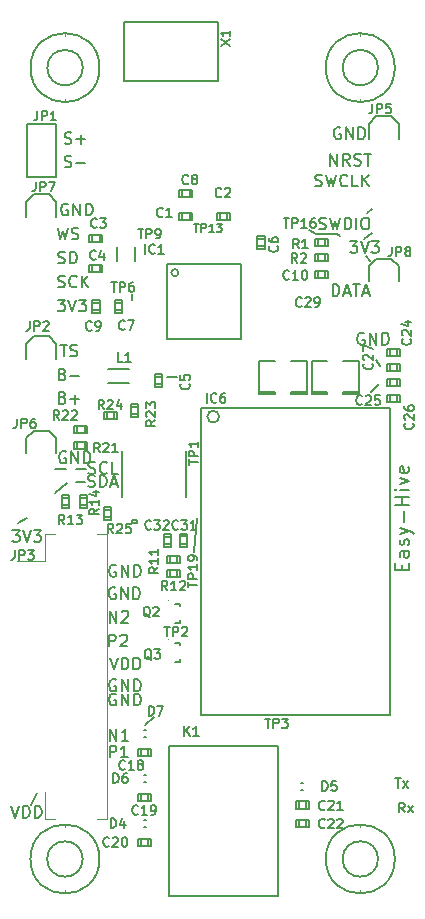
<source format=gbr>
G04 #@! TF.GenerationSoftware,KiCad,Pcbnew,5.1.8+dfsg1-1~bpo10+1*
G04 #@! TF.CreationDate,2021-01-07T21:30:59+01:00*
G04 #@! TF.ProjectId,easyhive,65617379-6869-4766-952e-6b696361645f,rev?*
G04 #@! TF.SameCoordinates,Original*
G04 #@! TF.FileFunction,Legend,Top*
G04 #@! TF.FilePolarity,Positive*
%FSLAX46Y46*%
G04 Gerber Fmt 4.6, Leading zero omitted, Abs format (unit mm)*
G04 Created by KiCad (PCBNEW 5.1.8+dfsg1-1~bpo10+1) date 2021-01-07 21:30:59*
%MOMM*%
%LPD*%
G01*
G04 APERTURE LIST*
%ADD10C,0.150000*%
%ADD11C,0.100000*%
%ADD12C,0.203200*%
%ADD13C,0.127000*%
%ADD14C,0.152400*%
%ADD15C,0.200000*%
%ADD16C,0.050800*%
%ADD17C,0.120000*%
G04 APERTURE END LIST*
D10*
X164745119Y-134561904D02*
X164478452Y-134180952D01*
X164287976Y-134561904D02*
X164287976Y-133761904D01*
X164592738Y-133761904D01*
X164668928Y-133800000D01*
X164707023Y-133838095D01*
X164745119Y-133914285D01*
X164745119Y-134028571D01*
X164707023Y-134104761D01*
X164668928Y-134142857D01*
X164592738Y-134180952D01*
X164287976Y-134180952D01*
X165011785Y-134561904D02*
X165430833Y-134028571D01*
X165011785Y-134028571D02*
X165430833Y-134561904D01*
X163973690Y-131661904D02*
X164430833Y-131661904D01*
X164202261Y-132461904D02*
X164202261Y-131661904D01*
X164621309Y-132461904D02*
X165040357Y-131928571D01*
X164621309Y-131928571D02*
X165040357Y-132461904D01*
X162300000Y-96300000D02*
X162700000Y-96800000D01*
X159050000Y-85600000D02*
X159250000Y-85750000D01*
X157250000Y-85600000D02*
X159000000Y-85600000D01*
X156700000Y-85250000D02*
X157250000Y-85600000D01*
X161450000Y-87450000D02*
X161850000Y-87850000D01*
X142800000Y-127200000D02*
X143550000Y-126500000D01*
X140309404Y-123350000D02*
X140214166Y-123302380D01*
X140071309Y-123302380D01*
X139928452Y-123350000D01*
X139833214Y-123445238D01*
X139785595Y-123540476D01*
X139737976Y-123730952D01*
X139737976Y-123873809D01*
X139785595Y-124064285D01*
X139833214Y-124159523D01*
X139928452Y-124254761D01*
X140071309Y-124302380D01*
X140166547Y-124302380D01*
X140309404Y-124254761D01*
X140357023Y-124207142D01*
X140357023Y-123873809D01*
X140166547Y-123873809D01*
X140785595Y-124302380D02*
X140785595Y-123302380D01*
X141357023Y-124302380D01*
X141357023Y-123302380D01*
X141833214Y-124302380D02*
X141833214Y-123302380D01*
X142071309Y-123302380D01*
X142214166Y-123350000D01*
X142309404Y-123445238D01*
X142357023Y-123540476D01*
X142404642Y-123730952D01*
X142404642Y-123873809D01*
X142357023Y-124064285D01*
X142309404Y-124159523D01*
X142214166Y-124254761D01*
X142071309Y-124302380D01*
X141833214Y-124302380D01*
X147200000Y-109600000D02*
X146950000Y-112550000D01*
X161900000Y-99000000D02*
X162600000Y-98300000D01*
X140259404Y-115550000D02*
X140164166Y-115502380D01*
X140021309Y-115502380D01*
X139878452Y-115550000D01*
X139783214Y-115645238D01*
X139735595Y-115740476D01*
X139687976Y-115930952D01*
X139687976Y-116073809D01*
X139735595Y-116264285D01*
X139783214Y-116359523D01*
X139878452Y-116454761D01*
X140021309Y-116502380D01*
X140116547Y-116502380D01*
X140259404Y-116454761D01*
X140307023Y-116407142D01*
X140307023Y-116073809D01*
X140116547Y-116073809D01*
X140735595Y-116502380D02*
X140735595Y-115502380D01*
X141307023Y-116502380D01*
X141307023Y-115502380D01*
X141783214Y-116502380D02*
X141783214Y-115502380D01*
X142021309Y-115502380D01*
X142164166Y-115550000D01*
X142259404Y-115645238D01*
X142307023Y-115740476D01*
X142354642Y-115930952D01*
X142354642Y-116073809D01*
X142307023Y-116264285D01*
X142259404Y-116359523D01*
X142164166Y-116454761D01*
X142021309Y-116502380D01*
X141783214Y-116502380D01*
X145500000Y-97700000D02*
X144600000Y-97700000D01*
X141700000Y-91200000D02*
X141650000Y-90650000D01*
X158664404Y-90852380D02*
X158664404Y-89852380D01*
X158902500Y-89852380D01*
X159045357Y-89900000D01*
X159140595Y-89995238D01*
X159188214Y-90090476D01*
X159235833Y-90280952D01*
X159235833Y-90423809D01*
X159188214Y-90614285D01*
X159140595Y-90709523D01*
X159045357Y-90804761D01*
X158902500Y-90852380D01*
X158664404Y-90852380D01*
X159616785Y-90566666D02*
X160092976Y-90566666D01*
X159521547Y-90852380D02*
X159854880Y-89852380D01*
X160188214Y-90852380D01*
X160378690Y-89852380D02*
X160950119Y-89852380D01*
X160664404Y-90852380D02*
X160664404Y-89852380D01*
X161235833Y-90566666D02*
X161712023Y-90566666D01*
X161140595Y-90852380D02*
X161473928Y-89852380D01*
X161807261Y-90852380D01*
X161350000Y-85981540D02*
X162000000Y-85500000D01*
X161316785Y-94000000D02*
X161221547Y-93952380D01*
X161078690Y-93952380D01*
X160935833Y-94000000D01*
X160840595Y-94095238D01*
X160792976Y-94190476D01*
X160745357Y-94380952D01*
X160745357Y-94523809D01*
X160792976Y-94714285D01*
X160840595Y-94809523D01*
X160935833Y-94904761D01*
X161078690Y-94952380D01*
X161173928Y-94952380D01*
X161316785Y-94904761D01*
X161364404Y-94857142D01*
X161364404Y-94523809D01*
X161173928Y-94523809D01*
X161792976Y-94952380D02*
X161792976Y-93952380D01*
X162364404Y-94952380D01*
X162364404Y-93952380D01*
X162840595Y-94952380D02*
X162840595Y-93952380D01*
X163078690Y-93952380D01*
X163221547Y-94000000D01*
X163316785Y-94095238D01*
X163364404Y-94190476D01*
X163412023Y-94380952D01*
X163412023Y-94523809D01*
X163364404Y-94714285D01*
X163316785Y-94809523D01*
X163221547Y-94904761D01*
X163078690Y-94952380D01*
X162840595Y-94952380D01*
X132740400Y-109601000D02*
X132029200Y-110058200D01*
X137769600Y-105511600D02*
X136961600Y-105529000D01*
X135971576Y-77908361D02*
X136114433Y-77955980D01*
X136352528Y-77955980D01*
X136447766Y-77908361D01*
X136495385Y-77860742D01*
X136543004Y-77765504D01*
X136543004Y-77670266D01*
X136495385Y-77575028D01*
X136447766Y-77527409D01*
X136352528Y-77479790D01*
X136162052Y-77432171D01*
X136066814Y-77384552D01*
X136019195Y-77336933D01*
X135971576Y-77241695D01*
X135971576Y-77146457D01*
X136019195Y-77051219D01*
X136066814Y-77003600D01*
X136162052Y-76955980D01*
X136400147Y-76955980D01*
X136543004Y-77003600D01*
X136971576Y-77575028D02*
X137733480Y-77575028D01*
X137352528Y-77955980D02*
X137352528Y-77194076D01*
X135971576Y-79908361D02*
X136114433Y-79955980D01*
X136352528Y-79955980D01*
X136447766Y-79908361D01*
X136495385Y-79860742D01*
X136543004Y-79765504D01*
X136543004Y-79670266D01*
X136495385Y-79575028D01*
X136447766Y-79527409D01*
X136352528Y-79479790D01*
X136162052Y-79432171D01*
X136066814Y-79384552D01*
X136019195Y-79336933D01*
X135971576Y-79241695D01*
X135971576Y-79146457D01*
X136019195Y-79051219D01*
X136066814Y-79003600D01*
X136162052Y-78955980D01*
X136400147Y-78955980D01*
X136543004Y-79003600D01*
X136971576Y-79575028D02*
X137733480Y-79575028D01*
X135368357Y-85050380D02*
X135606452Y-86050380D01*
X135796928Y-85336095D01*
X135987404Y-86050380D01*
X136225500Y-85050380D01*
X136558833Y-86002761D02*
X136701690Y-86050380D01*
X136939785Y-86050380D01*
X137035023Y-86002761D01*
X137082642Y-85955142D01*
X137130261Y-85859904D01*
X137130261Y-85764666D01*
X137082642Y-85669428D01*
X137035023Y-85621809D01*
X136939785Y-85574190D01*
X136749309Y-85526571D01*
X136654071Y-85478952D01*
X136606452Y-85431333D01*
X136558833Y-85336095D01*
X136558833Y-85240857D01*
X136606452Y-85145619D01*
X136654071Y-85098000D01*
X136749309Y-85050380D01*
X136987404Y-85050380D01*
X137130261Y-85098000D01*
X135415976Y-88034761D02*
X135558833Y-88082380D01*
X135796928Y-88082380D01*
X135892166Y-88034761D01*
X135939785Y-87987142D01*
X135987404Y-87891904D01*
X135987404Y-87796666D01*
X135939785Y-87701428D01*
X135892166Y-87653809D01*
X135796928Y-87606190D01*
X135606452Y-87558571D01*
X135511214Y-87510952D01*
X135463595Y-87463333D01*
X135415976Y-87368095D01*
X135415976Y-87272857D01*
X135463595Y-87177619D01*
X135511214Y-87130000D01*
X135606452Y-87082380D01*
X135844547Y-87082380D01*
X135987404Y-87130000D01*
X136415976Y-88082380D02*
X136415976Y-87082380D01*
X136654071Y-87082380D01*
X136796928Y-87130000D01*
X136892166Y-87225238D01*
X136939785Y-87320476D01*
X136987404Y-87510952D01*
X136987404Y-87653809D01*
X136939785Y-87844285D01*
X136892166Y-87939523D01*
X136796928Y-88034761D01*
X136654071Y-88082380D01*
X136415976Y-88082380D01*
X135415976Y-90066761D02*
X135558833Y-90114380D01*
X135796928Y-90114380D01*
X135892166Y-90066761D01*
X135939785Y-90019142D01*
X135987404Y-89923904D01*
X135987404Y-89828666D01*
X135939785Y-89733428D01*
X135892166Y-89685809D01*
X135796928Y-89638190D01*
X135606452Y-89590571D01*
X135511214Y-89542952D01*
X135463595Y-89495333D01*
X135415976Y-89400095D01*
X135415976Y-89304857D01*
X135463595Y-89209619D01*
X135511214Y-89162000D01*
X135606452Y-89114380D01*
X135844547Y-89114380D01*
X135987404Y-89162000D01*
X136987404Y-90019142D02*
X136939785Y-90066761D01*
X136796928Y-90114380D01*
X136701690Y-90114380D01*
X136558833Y-90066761D01*
X136463595Y-89971523D01*
X136415976Y-89876285D01*
X136368357Y-89685809D01*
X136368357Y-89542952D01*
X136415976Y-89352476D01*
X136463595Y-89257238D01*
X136558833Y-89162000D01*
X136701690Y-89114380D01*
X136796928Y-89114380D01*
X136939785Y-89162000D01*
X136987404Y-89209619D01*
X137415976Y-90114380D02*
X137415976Y-89114380D01*
X137987404Y-90114380D02*
X137558833Y-89542952D01*
X137987404Y-89114380D02*
X137415976Y-89685809D01*
X135592738Y-94952380D02*
X136164166Y-94952380D01*
X135878452Y-95952380D02*
X135878452Y-94952380D01*
X136449880Y-95904761D02*
X136592738Y-95952380D01*
X136830833Y-95952380D01*
X136926071Y-95904761D01*
X136973690Y-95857142D01*
X137021309Y-95761904D01*
X137021309Y-95666666D01*
X136973690Y-95571428D01*
X136926071Y-95523809D01*
X136830833Y-95476190D01*
X136640357Y-95428571D01*
X136545119Y-95380952D01*
X136497500Y-95333333D01*
X136449880Y-95238095D01*
X136449880Y-95142857D01*
X136497500Y-95047619D01*
X136545119Y-95000000D01*
X136640357Y-94952380D01*
X136878452Y-94952380D01*
X137021309Y-95000000D01*
X135796928Y-97464571D02*
X135939785Y-97512190D01*
X135987404Y-97559809D01*
X136035023Y-97655047D01*
X136035023Y-97797904D01*
X135987404Y-97893142D01*
X135939785Y-97940761D01*
X135844547Y-97988380D01*
X135463595Y-97988380D01*
X135463595Y-96988380D01*
X135796928Y-96988380D01*
X135892166Y-97036000D01*
X135939785Y-97083619D01*
X135987404Y-97178857D01*
X135987404Y-97274095D01*
X135939785Y-97369333D01*
X135892166Y-97416952D01*
X135796928Y-97464571D01*
X135463595Y-97464571D01*
X136463595Y-97607428D02*
X137225500Y-97607428D01*
X135796928Y-99432171D02*
X135939785Y-99479790D01*
X135987404Y-99527409D01*
X136035023Y-99622647D01*
X136035023Y-99765504D01*
X135987404Y-99860742D01*
X135939785Y-99908361D01*
X135844547Y-99955980D01*
X135463595Y-99955980D01*
X135463595Y-98955980D01*
X135796928Y-98955980D01*
X135892166Y-99003600D01*
X135939785Y-99051219D01*
X135987404Y-99146457D01*
X135987404Y-99241695D01*
X135939785Y-99336933D01*
X135892166Y-99384552D01*
X135796928Y-99432171D01*
X135463595Y-99432171D01*
X136463595Y-99575028D02*
X137225500Y-99575028D01*
X136844547Y-99955980D02*
X136844547Y-99194076D01*
X137981376Y-105840161D02*
X138124233Y-105887780D01*
X138362328Y-105887780D01*
X138457566Y-105840161D01*
X138505185Y-105792542D01*
X138552804Y-105697304D01*
X138552804Y-105602066D01*
X138505185Y-105506828D01*
X138457566Y-105459209D01*
X138362328Y-105411590D01*
X138171852Y-105363971D01*
X138076614Y-105316352D01*
X138028995Y-105268733D01*
X137981376Y-105173495D01*
X137981376Y-105078257D01*
X138028995Y-104983019D01*
X138076614Y-104935400D01*
X138171852Y-104887780D01*
X138409947Y-104887780D01*
X138552804Y-104935400D01*
X139552804Y-105792542D02*
X139505185Y-105840161D01*
X139362328Y-105887780D01*
X139267090Y-105887780D01*
X139124233Y-105840161D01*
X139028995Y-105744923D01*
X138981376Y-105649685D01*
X138933757Y-105459209D01*
X138933757Y-105316352D01*
X138981376Y-105125876D01*
X139028995Y-105030638D01*
X139124233Y-104935400D01*
X139267090Y-104887780D01*
X139362328Y-104887780D01*
X139505185Y-104935400D01*
X139552804Y-104983019D01*
X140457566Y-105887780D02*
X139981376Y-105887780D01*
X139981376Y-104887780D01*
X137955976Y-106957761D02*
X138098833Y-107005380D01*
X138336928Y-107005380D01*
X138432166Y-106957761D01*
X138479785Y-106910142D01*
X138527404Y-106814904D01*
X138527404Y-106719666D01*
X138479785Y-106624428D01*
X138432166Y-106576809D01*
X138336928Y-106529190D01*
X138146452Y-106481571D01*
X138051214Y-106433952D01*
X138003595Y-106386333D01*
X137955976Y-106291095D01*
X137955976Y-106195857D01*
X138003595Y-106100619D01*
X138051214Y-106053000D01*
X138146452Y-106005380D01*
X138384547Y-106005380D01*
X138527404Y-106053000D01*
X138955976Y-107005380D02*
X138955976Y-106005380D01*
X139194071Y-106005380D01*
X139336928Y-106053000D01*
X139432166Y-106148238D01*
X139479785Y-106243476D01*
X139527404Y-106433952D01*
X139527404Y-106576809D01*
X139479785Y-106767285D01*
X139432166Y-106862523D01*
X139336928Y-106957761D01*
X139194071Y-107005380D01*
X138955976Y-107005380D01*
X139908357Y-106719666D02*
X140384547Y-106719666D01*
X139813119Y-107005380D02*
X140146452Y-106005380D01*
X140479785Y-107005380D01*
X139735595Y-120502380D02*
X139735595Y-119502380D01*
X140116547Y-119502380D01*
X140211785Y-119550000D01*
X140259404Y-119597619D01*
X140307023Y-119692857D01*
X140307023Y-119835714D01*
X140259404Y-119930952D01*
X140211785Y-119978571D01*
X140116547Y-120026190D01*
X139735595Y-120026190D01*
X140687976Y-119597619D02*
X140735595Y-119550000D01*
X140830833Y-119502380D01*
X141068928Y-119502380D01*
X141164166Y-119550000D01*
X141211785Y-119597619D01*
X141259404Y-119692857D01*
X141259404Y-119788095D01*
X141211785Y-119930952D01*
X140640357Y-120502380D01*
X141259404Y-120502380D01*
X139785595Y-118502380D02*
X139785595Y-117502380D01*
X140357023Y-118502380D01*
X140357023Y-117502380D01*
X140785595Y-117597619D02*
X140833214Y-117550000D01*
X140928452Y-117502380D01*
X141166547Y-117502380D01*
X141261785Y-117550000D01*
X141309404Y-117597619D01*
X141357023Y-117692857D01*
X141357023Y-117788095D01*
X141309404Y-117930952D01*
X140737976Y-118502380D01*
X141357023Y-118502380D01*
X139785595Y-128502380D02*
X139785595Y-127502380D01*
X140357023Y-128502380D01*
X140357023Y-127502380D01*
X141357023Y-128502380D02*
X140785595Y-128502380D01*
X141071309Y-128502380D02*
X141071309Y-127502380D01*
X140976071Y-127645238D01*
X140880833Y-127740476D01*
X140785595Y-127788095D01*
X139785595Y-129902380D02*
X139785595Y-128902380D01*
X140166547Y-128902380D01*
X140261785Y-128950000D01*
X140309404Y-128997619D01*
X140357023Y-129092857D01*
X140357023Y-129235714D01*
X140309404Y-129330952D01*
X140261785Y-129378571D01*
X140166547Y-129426190D01*
X139785595Y-129426190D01*
X141309404Y-129902380D02*
X140737976Y-129902380D01*
X141023690Y-129902380D02*
X141023690Y-128902380D01*
X140928452Y-129045238D01*
X140833214Y-129140476D01*
X140737976Y-129188095D01*
X159316785Y-76600000D02*
X159221547Y-76552380D01*
X159078690Y-76552380D01*
X158935833Y-76600000D01*
X158840595Y-76695238D01*
X158792976Y-76790476D01*
X158745357Y-76980952D01*
X158745357Y-77123809D01*
X158792976Y-77314285D01*
X158840595Y-77409523D01*
X158935833Y-77504761D01*
X159078690Y-77552380D01*
X159173928Y-77552380D01*
X159316785Y-77504761D01*
X159364404Y-77457142D01*
X159364404Y-77123809D01*
X159173928Y-77123809D01*
X159792976Y-77552380D02*
X159792976Y-76552380D01*
X160364404Y-77552380D01*
X160364404Y-76552380D01*
X160840595Y-77552380D02*
X160840595Y-76552380D01*
X161078690Y-76552380D01*
X161221547Y-76600000D01*
X161316785Y-76695238D01*
X161364404Y-76790476D01*
X161412023Y-76980952D01*
X161412023Y-77123809D01*
X161364404Y-77314285D01*
X161316785Y-77409523D01*
X161221547Y-77504761D01*
X161078690Y-77552380D01*
X160840595Y-77552380D01*
X158478690Y-79802380D02*
X158478690Y-78802380D01*
X159050119Y-79802380D01*
X159050119Y-78802380D01*
X160097738Y-79802380D02*
X159764404Y-79326190D01*
X159526309Y-79802380D02*
X159526309Y-78802380D01*
X159907261Y-78802380D01*
X160002500Y-78850000D01*
X160050119Y-78897619D01*
X160097738Y-78992857D01*
X160097738Y-79135714D01*
X160050119Y-79230952D01*
X160002500Y-79278571D01*
X159907261Y-79326190D01*
X159526309Y-79326190D01*
X160478690Y-79754761D02*
X160621547Y-79802380D01*
X160859642Y-79802380D01*
X160954880Y-79754761D01*
X161002500Y-79707142D01*
X161050119Y-79611904D01*
X161050119Y-79516666D01*
X161002500Y-79421428D01*
X160954880Y-79373809D01*
X160859642Y-79326190D01*
X160669166Y-79278571D01*
X160573928Y-79230952D01*
X160526309Y-79183333D01*
X160478690Y-79088095D01*
X160478690Y-78992857D01*
X160526309Y-78897619D01*
X160573928Y-78850000D01*
X160669166Y-78802380D01*
X160907261Y-78802380D01*
X161050119Y-78850000D01*
X161335833Y-78802380D02*
X161907261Y-78802380D01*
X161621547Y-79802380D02*
X161621547Y-78802380D01*
X157188214Y-81504761D02*
X157331071Y-81552380D01*
X157569166Y-81552380D01*
X157664404Y-81504761D01*
X157712023Y-81457142D01*
X157759642Y-81361904D01*
X157759642Y-81266666D01*
X157712023Y-81171428D01*
X157664404Y-81123809D01*
X157569166Y-81076190D01*
X157378690Y-81028571D01*
X157283452Y-80980952D01*
X157235833Y-80933333D01*
X157188214Y-80838095D01*
X157188214Y-80742857D01*
X157235833Y-80647619D01*
X157283452Y-80600000D01*
X157378690Y-80552380D01*
X157616785Y-80552380D01*
X157759642Y-80600000D01*
X158092976Y-80552380D02*
X158331071Y-81552380D01*
X158521547Y-80838095D01*
X158712023Y-81552380D01*
X158950119Y-80552380D01*
X159902500Y-81457142D02*
X159854880Y-81504761D01*
X159712023Y-81552380D01*
X159616785Y-81552380D01*
X159473928Y-81504761D01*
X159378690Y-81409523D01*
X159331071Y-81314285D01*
X159283452Y-81123809D01*
X159283452Y-80980952D01*
X159331071Y-80790476D01*
X159378690Y-80695238D01*
X159473928Y-80600000D01*
X159616785Y-80552380D01*
X159712023Y-80552380D01*
X159854880Y-80600000D01*
X159902500Y-80647619D01*
X160807261Y-81552380D02*
X160331071Y-81552380D01*
X160331071Y-80552380D01*
X161140595Y-81552380D02*
X161140595Y-80552380D01*
X161712023Y-81552380D02*
X161283452Y-80980952D01*
X161712023Y-80552380D02*
X161140595Y-81123809D01*
X157523928Y-85154761D02*
X157666785Y-85202380D01*
X157904880Y-85202380D01*
X158000119Y-85154761D01*
X158047738Y-85107142D01*
X158095357Y-85011904D01*
X158095357Y-84916666D01*
X158047738Y-84821428D01*
X158000119Y-84773809D01*
X157904880Y-84726190D01*
X157714404Y-84678571D01*
X157619166Y-84630952D01*
X157571547Y-84583333D01*
X157523928Y-84488095D01*
X157523928Y-84392857D01*
X157571547Y-84297619D01*
X157619166Y-84250000D01*
X157714404Y-84202380D01*
X157952500Y-84202380D01*
X158095357Y-84250000D01*
X158428690Y-84202380D02*
X158666785Y-85202380D01*
X158857261Y-84488095D01*
X159047738Y-85202380D01*
X159285833Y-84202380D01*
X159666785Y-85202380D02*
X159666785Y-84202380D01*
X159904880Y-84202380D01*
X160047738Y-84250000D01*
X160142976Y-84345238D01*
X160190595Y-84440476D01*
X160238214Y-84630952D01*
X160238214Y-84773809D01*
X160190595Y-84964285D01*
X160142976Y-85059523D01*
X160047738Y-85154761D01*
X159904880Y-85202380D01*
X159666785Y-85202380D01*
X160666785Y-85202380D02*
X160666785Y-84202380D01*
X161333452Y-84202380D02*
X161523928Y-84202380D01*
X161619166Y-84250000D01*
X161714404Y-84345238D01*
X161762023Y-84535714D01*
X161762023Y-84869047D01*
X161714404Y-85059523D01*
X161619166Y-85154761D01*
X161523928Y-85202380D01*
X161333452Y-85202380D01*
X161238214Y-85154761D01*
X161142976Y-85059523D01*
X161095357Y-84869047D01*
X161095357Y-84535714D01*
X161142976Y-84345238D01*
X161238214Y-84250000D01*
X161333452Y-84202380D01*
X160133452Y-86202380D02*
X160752500Y-86202380D01*
X160419166Y-86583333D01*
X160562023Y-86583333D01*
X160657261Y-86630952D01*
X160704880Y-86678571D01*
X160752500Y-86773809D01*
X160752500Y-87011904D01*
X160704880Y-87107142D01*
X160657261Y-87154761D01*
X160562023Y-87202380D01*
X160276309Y-87202380D01*
X160181071Y-87154761D01*
X160133452Y-87107142D01*
X161038214Y-86202380D02*
X161371547Y-87202380D01*
X161704880Y-86202380D01*
X161942976Y-86202380D02*
X162562023Y-86202380D01*
X162228690Y-86583333D01*
X162371547Y-86583333D01*
X162466785Y-86630952D01*
X162514404Y-86678571D01*
X162562023Y-86773809D01*
X162562023Y-87011904D01*
X162514404Y-87107142D01*
X162466785Y-87154761D01*
X162371547Y-87202380D01*
X162085833Y-87202380D01*
X161990595Y-87154761D01*
X161942976Y-87107142D01*
X137718800Y-106553000D02*
X136917300Y-106553000D01*
X136150000Y-106650000D02*
X135183600Y-107503600D01*
X136093200Y-105511600D02*
X135183600Y-105503600D01*
X161600000Y-83800000D02*
X162001100Y-83503600D01*
X136241404Y-83066000D02*
X136146166Y-83018380D01*
X136003309Y-83018380D01*
X135860452Y-83066000D01*
X135765214Y-83161238D01*
X135717595Y-83256476D01*
X135669976Y-83446952D01*
X135669976Y-83589809D01*
X135717595Y-83780285D01*
X135765214Y-83875523D01*
X135860452Y-83970761D01*
X136003309Y-84018380D01*
X136098547Y-84018380D01*
X136241404Y-83970761D01*
X136289023Y-83923142D01*
X136289023Y-83589809D01*
X136098547Y-83589809D01*
X136717595Y-84018380D02*
X136717595Y-83018380D01*
X137289023Y-84018380D01*
X137289023Y-83018380D01*
X137765214Y-84018380D02*
X137765214Y-83018380D01*
X138003309Y-83018380D01*
X138146166Y-83066000D01*
X138241404Y-83161238D01*
X138289023Y-83256476D01*
X138336642Y-83446952D01*
X138336642Y-83589809D01*
X138289023Y-83780285D01*
X138241404Y-83875523D01*
X138146166Y-83970761D01*
X138003309Y-84018380D01*
X137765214Y-84018380D01*
X136063604Y-104046400D02*
X135968366Y-103998780D01*
X135825509Y-103998780D01*
X135682652Y-104046400D01*
X135587414Y-104141638D01*
X135539795Y-104236876D01*
X135492176Y-104427352D01*
X135492176Y-104570209D01*
X135539795Y-104760685D01*
X135587414Y-104855923D01*
X135682652Y-104951161D01*
X135825509Y-104998780D01*
X135920747Y-104998780D01*
X136063604Y-104951161D01*
X136111223Y-104903542D01*
X136111223Y-104570209D01*
X135920747Y-104570209D01*
X136539795Y-104998780D02*
X136539795Y-103998780D01*
X137111223Y-104998780D01*
X137111223Y-103998780D01*
X137587414Y-104998780D02*
X137587414Y-103998780D01*
X137825509Y-103998780D01*
X137968366Y-104046400D01*
X138063604Y-104141638D01*
X138111223Y-104236876D01*
X138158842Y-104427352D01*
X138158842Y-104570209D01*
X138111223Y-104760685D01*
X138063604Y-104855923D01*
X137968366Y-104951161D01*
X137825509Y-104998780D01*
X137587414Y-104998780D01*
X140309404Y-113650000D02*
X140214166Y-113602380D01*
X140071309Y-113602380D01*
X139928452Y-113650000D01*
X139833214Y-113745238D01*
X139785595Y-113840476D01*
X139737976Y-114030952D01*
X139737976Y-114173809D01*
X139785595Y-114364285D01*
X139833214Y-114459523D01*
X139928452Y-114554761D01*
X140071309Y-114602380D01*
X140166547Y-114602380D01*
X140309404Y-114554761D01*
X140357023Y-114507142D01*
X140357023Y-114173809D01*
X140166547Y-114173809D01*
X140785595Y-114602380D02*
X140785595Y-113602380D01*
X141357023Y-114602380D01*
X141357023Y-113602380D01*
X141833214Y-114602380D02*
X141833214Y-113602380D01*
X142071309Y-113602380D01*
X142214166Y-113650000D01*
X142309404Y-113745238D01*
X142357023Y-113840476D01*
X142404642Y-114030952D01*
X142404642Y-114173809D01*
X142357023Y-114364285D01*
X142309404Y-114459523D01*
X142214166Y-114554761D01*
X142071309Y-114602380D01*
X141833214Y-114602380D01*
X140309404Y-124550000D02*
X140214166Y-124502380D01*
X140071309Y-124502380D01*
X139928452Y-124550000D01*
X139833214Y-124645238D01*
X139785595Y-124740476D01*
X139737976Y-124930952D01*
X139737976Y-125073809D01*
X139785595Y-125264285D01*
X139833214Y-125359523D01*
X139928452Y-125454761D01*
X140071309Y-125502380D01*
X140166547Y-125502380D01*
X140309404Y-125454761D01*
X140357023Y-125407142D01*
X140357023Y-125073809D01*
X140166547Y-125073809D01*
X140785595Y-125502380D02*
X140785595Y-124502380D01*
X141357023Y-125502380D01*
X141357023Y-124502380D01*
X141833214Y-125502380D02*
X141833214Y-124502380D01*
X142071309Y-124502380D01*
X142214166Y-124550000D01*
X142309404Y-124645238D01*
X142357023Y-124740476D01*
X142404642Y-124930952D01*
X142404642Y-125073809D01*
X142357023Y-125264285D01*
X142309404Y-125359523D01*
X142214166Y-125454761D01*
X142071309Y-125502380D01*
X141833214Y-125502380D01*
X139792738Y-121452380D02*
X140126071Y-122452380D01*
X140459404Y-121452380D01*
X140792738Y-122452380D02*
X140792738Y-121452380D01*
X141030833Y-121452380D01*
X141173690Y-121500000D01*
X141268928Y-121595238D01*
X141316547Y-121690476D01*
X141364166Y-121880952D01*
X141364166Y-122023809D01*
X141316547Y-122214285D01*
X141268928Y-122309523D01*
X141173690Y-122404761D01*
X141030833Y-122452380D01*
X140792738Y-122452380D01*
X141792738Y-122452380D02*
X141792738Y-121452380D01*
X142030833Y-121452380D01*
X142173690Y-121500000D01*
X142268928Y-121595238D01*
X142316547Y-121690476D01*
X142364166Y-121880952D01*
X142364166Y-122023809D01*
X142316547Y-122214285D01*
X142268928Y-122309523D01*
X142173690Y-122404761D01*
X142030833Y-122452380D01*
X141792738Y-122452380D01*
X131442738Y-134002380D02*
X131776071Y-135002380D01*
X132109404Y-134002380D01*
X132442738Y-135002380D02*
X132442738Y-134002380D01*
X132680833Y-134002380D01*
X132823690Y-134050000D01*
X132918928Y-134145238D01*
X132966547Y-134240476D01*
X133014166Y-134430952D01*
X133014166Y-134573809D01*
X132966547Y-134764285D01*
X132918928Y-134859523D01*
X132823690Y-134954761D01*
X132680833Y-135002380D01*
X132442738Y-135002380D01*
X133442738Y-135002380D02*
X133442738Y-134002380D01*
X133680833Y-134002380D01*
X133823690Y-134050000D01*
X133918928Y-134145238D01*
X133966547Y-134240476D01*
X134014166Y-134430952D01*
X134014166Y-134573809D01*
X133966547Y-134764285D01*
X133918928Y-134859523D01*
X133823690Y-134954761D01*
X133680833Y-135002380D01*
X133442738Y-135002380D01*
X135368357Y-91146380D02*
X135987404Y-91146380D01*
X135654071Y-91527333D01*
X135796928Y-91527333D01*
X135892166Y-91574952D01*
X135939785Y-91622571D01*
X135987404Y-91717809D01*
X135987404Y-91955904D01*
X135939785Y-92051142D01*
X135892166Y-92098761D01*
X135796928Y-92146380D01*
X135511214Y-92146380D01*
X135415976Y-92098761D01*
X135368357Y-92051142D01*
X136273119Y-91146380D02*
X136606452Y-92146380D01*
X136939785Y-91146380D01*
X137177880Y-91146380D02*
X137796928Y-91146380D01*
X137463595Y-91527333D01*
X137606452Y-91527333D01*
X137701690Y-91574952D01*
X137749309Y-91622571D01*
X137796928Y-91717809D01*
X137796928Y-91955904D01*
X137749309Y-92051142D01*
X137701690Y-92098761D01*
X137606452Y-92146380D01*
X137320738Y-92146380D01*
X137225500Y-92098761D01*
X137177880Y-92051142D01*
X131540357Y-110652380D02*
X132159404Y-110652380D01*
X131826071Y-111033333D01*
X131968928Y-111033333D01*
X132064166Y-111080952D01*
X132111785Y-111128571D01*
X132159404Y-111223809D01*
X132159404Y-111461904D01*
X132111785Y-111557142D01*
X132064166Y-111604761D01*
X131968928Y-111652380D01*
X131683214Y-111652380D01*
X131587976Y-111604761D01*
X131540357Y-111557142D01*
X132445119Y-110652380D02*
X132778452Y-111652380D01*
X133111785Y-110652380D01*
X133349880Y-110652380D02*
X133968928Y-110652380D01*
X133635595Y-111033333D01*
X133778452Y-111033333D01*
X133873690Y-111080952D01*
X133921309Y-111128571D01*
X133968928Y-111223809D01*
X133968928Y-111461904D01*
X133921309Y-111557142D01*
X133873690Y-111604761D01*
X133778452Y-111652380D01*
X133492738Y-111652380D01*
X133397500Y-111604761D01*
X133349880Y-111557142D01*
X133150000Y-133950000D02*
X133635900Y-132956300D01*
X164506285Y-114043785D02*
X164506285Y-113643785D01*
X165134857Y-113472357D02*
X165134857Y-114043785D01*
X163934857Y-114043785D01*
X163934857Y-113472357D01*
X165134857Y-112443785D02*
X164506285Y-112443785D01*
X164392000Y-112500928D01*
X164334857Y-112615214D01*
X164334857Y-112843785D01*
X164392000Y-112958071D01*
X165077714Y-112443785D02*
X165134857Y-112558071D01*
X165134857Y-112843785D01*
X165077714Y-112958071D01*
X164963428Y-113015214D01*
X164849142Y-113015214D01*
X164734857Y-112958071D01*
X164677714Y-112843785D01*
X164677714Y-112558071D01*
X164620571Y-112443785D01*
X165077714Y-111929500D02*
X165134857Y-111815214D01*
X165134857Y-111586642D01*
X165077714Y-111472357D01*
X164963428Y-111415214D01*
X164906285Y-111415214D01*
X164792000Y-111472357D01*
X164734857Y-111586642D01*
X164734857Y-111758071D01*
X164677714Y-111872357D01*
X164563428Y-111929500D01*
X164506285Y-111929500D01*
X164392000Y-111872357D01*
X164334857Y-111758071D01*
X164334857Y-111586642D01*
X164392000Y-111472357D01*
X164334857Y-111015214D02*
X165134857Y-110729500D01*
X164334857Y-110443785D02*
X165134857Y-110729500D01*
X165420571Y-110843785D01*
X165477714Y-110900928D01*
X165534857Y-111015214D01*
X164677714Y-109986642D02*
X164677714Y-109072357D01*
X165134857Y-108500928D02*
X163934857Y-108500928D01*
X164506285Y-108500928D02*
X164506285Y-107815214D01*
X165134857Y-107815214D02*
X163934857Y-107815214D01*
X165134857Y-107243785D02*
X164334857Y-107243785D01*
X163934857Y-107243785D02*
X163992000Y-107300928D01*
X164049142Y-107243785D01*
X163992000Y-107186642D01*
X163934857Y-107243785D01*
X164049142Y-107243785D01*
X164334857Y-106786642D02*
X165134857Y-106500928D01*
X164334857Y-106215214D01*
X165077714Y-105300928D02*
X165134857Y-105415214D01*
X165134857Y-105643785D01*
X165077714Y-105758071D01*
X164963428Y-105815214D01*
X164506285Y-105815214D01*
X164392000Y-105758071D01*
X164334857Y-105643785D01*
X164334857Y-105415214D01*
X164392000Y-105300928D01*
X164506285Y-105243785D01*
X164620571Y-105243785D01*
X164734857Y-105815214D01*
X145752500Y-121800002D02*
X145752500Y-121578001D01*
X145752500Y-120422001D02*
X145752500Y-120200000D01*
X145339897Y-121800002D02*
X145752497Y-121800002D01*
X145339897Y-120200000D02*
X145752497Y-120200000D01*
D11*
X144755499Y-119922002D02*
G75*
G03*
X144755499Y-119922002I-50000J0D01*
G01*
D10*
X145747501Y-118499999D02*
X145747501Y-118277998D01*
X145747501Y-117121998D02*
X145747501Y-116899997D01*
X145334898Y-118499999D02*
X145747498Y-118499999D01*
X145334898Y-116899997D02*
X145747498Y-116899997D01*
D11*
X144750500Y-116621999D02*
G75*
G03*
X144750500Y-116621999I-50000J0D01*
G01*
D12*
X161730000Y-89598000D02*
X161730000Y-88328000D01*
X162365000Y-87693000D02*
X161730000Y-88328000D01*
X164270000Y-88328000D02*
X163635000Y-87693000D01*
X163635000Y-87693000D02*
X162365000Y-87693000D01*
X164270000Y-88328000D02*
X164270000Y-89598000D01*
X135271100Y-102868600D02*
X135271100Y-104138600D01*
X134636100Y-102233600D02*
X133366100Y-102233600D01*
X135271100Y-102868600D02*
X134636100Y-102233600D01*
X133366100Y-102233600D02*
X132731100Y-102868600D01*
X132731100Y-104138600D02*
X132731100Y-102868600D01*
X135271100Y-94868600D02*
X135271100Y-96138600D01*
X134636100Y-94233600D02*
X133366100Y-94233600D01*
X135271100Y-94868600D02*
X134636100Y-94233600D01*
X133366100Y-94233600D02*
X132731100Y-94868600D01*
X132731100Y-96138600D02*
X132731100Y-94868600D01*
X135271100Y-82868600D02*
X135271100Y-84138600D01*
X134636100Y-82233600D02*
X133366100Y-82233600D01*
X135271100Y-82868600D02*
X134636100Y-82233600D01*
X133366100Y-82233600D02*
X132731100Y-82868600D01*
X132731100Y-84138600D02*
X132731100Y-82868600D01*
X164271100Y-76268600D02*
X164271100Y-77538600D01*
X163636100Y-75633600D02*
X162366100Y-75633600D01*
X164271100Y-76268600D02*
X163636100Y-75633600D01*
X162366100Y-75633600D02*
X161731100Y-76268600D01*
X161731100Y-77538600D02*
X161731100Y-76268600D01*
D13*
X132751100Y-80753600D02*
X132751100Y-76253600D01*
X132751100Y-76253600D02*
X135251100Y-76253600D01*
X135251100Y-76253600D02*
X135251100Y-80753600D01*
X135251100Y-80753600D02*
X132751100Y-80753600D01*
D14*
X142090498Y-109801999D02*
X142090498Y-110055999D01*
X141709498Y-109801999D02*
X142090498Y-109801999D01*
X141709498Y-110055999D02*
X141709498Y-109801999D01*
X142090498Y-110055999D02*
X141709498Y-110055999D01*
X146204699Y-107842998D02*
X146204699Y-103949002D01*
X140845299Y-103949002D02*
X140845299Y-107842998D01*
D13*
X148971100Y-67637600D02*
X148971100Y-72637600D01*
X148971100Y-72637600D02*
X140971100Y-72637600D01*
X140971100Y-72637600D02*
X140971100Y-67637600D01*
X140971100Y-67637600D02*
X148971100Y-67637600D01*
X139898400Y-109778000D02*
X139298400Y-109778000D01*
X139898400Y-108678000D02*
X139298400Y-108678000D01*
X139298400Y-109778000D02*
X139298400Y-109528000D01*
X139298400Y-109528000D02*
X139298400Y-108928000D01*
X139298400Y-108928000D02*
X139298400Y-108678000D01*
X139898400Y-109778000D02*
X139898400Y-109528000D01*
X139898400Y-109528000D02*
X139898400Y-108928000D01*
X139898400Y-108928000D02*
X139898400Y-108678000D01*
X139898400Y-109528000D02*
X139298400Y-109528000D01*
X139898400Y-108928000D02*
X139298400Y-108928000D01*
X139277000Y-101290400D02*
X139277000Y-100690400D01*
X140377000Y-101290400D02*
X140377000Y-100690400D01*
X139277000Y-100690400D02*
X139527000Y-100690400D01*
X139527000Y-100690400D02*
X140127000Y-100690400D01*
X140127000Y-100690400D02*
X140377000Y-100690400D01*
X139277000Y-101290400D02*
X139527000Y-101290400D01*
X139527000Y-101290400D02*
X140127000Y-101290400D01*
X140127000Y-101290400D02*
X140377000Y-101290400D01*
X139527000Y-101290400D02*
X139527000Y-100690400D01*
X140127000Y-101290400D02*
X140127000Y-100690400D01*
X141584400Y-100016600D02*
X142184400Y-100016600D01*
X141584400Y-101116600D02*
X142184400Y-101116600D01*
X142184400Y-100016600D02*
X142184400Y-100266600D01*
X142184400Y-100266600D02*
X142184400Y-100866600D01*
X142184400Y-100866600D02*
X142184400Y-101116600D01*
X141584400Y-100016600D02*
X141584400Y-100266600D01*
X141584400Y-100266600D02*
X141584400Y-100866600D01*
X141584400Y-100866600D02*
X141584400Y-101116600D01*
X141584400Y-100266600D02*
X142184400Y-100266600D01*
X141584400Y-100866600D02*
X142184400Y-100866600D01*
X136803400Y-102475200D02*
X136803400Y-101875200D01*
X137903400Y-102475200D02*
X137903400Y-101875200D01*
X136803400Y-101875200D02*
X137053400Y-101875200D01*
X137053400Y-101875200D02*
X137653400Y-101875200D01*
X137653400Y-101875200D02*
X137903400Y-101875200D01*
X136803400Y-102475200D02*
X137053400Y-102475200D01*
X137053400Y-102475200D02*
X137653400Y-102475200D01*
X137653400Y-102475200D02*
X137903400Y-102475200D01*
X137053400Y-102475200D02*
X137053400Y-101875200D01*
X137653400Y-102475200D02*
X137653400Y-101875200D01*
X136803400Y-103775200D02*
X136803400Y-103175200D01*
X137903400Y-103775200D02*
X137903400Y-103175200D01*
X136803400Y-103175200D02*
X137053400Y-103175200D01*
X137053400Y-103175200D02*
X137653400Y-103175200D01*
X137653400Y-103175200D02*
X137903400Y-103175200D01*
X136803400Y-103775200D02*
X137053400Y-103775200D01*
X137053400Y-103775200D02*
X137653400Y-103775200D01*
X137653400Y-103775200D02*
X137903400Y-103775200D01*
X137053400Y-103775200D02*
X137053400Y-103175200D01*
X137653400Y-103775200D02*
X137653400Y-103175200D01*
X137241000Y-107654000D02*
X137841000Y-107654000D01*
X137241000Y-108754000D02*
X137841000Y-108754000D01*
X137841000Y-107654000D02*
X137841000Y-107904000D01*
X137841000Y-107904000D02*
X137841000Y-108504000D01*
X137841000Y-108504000D02*
X137841000Y-108754000D01*
X137241000Y-107654000D02*
X137241000Y-107904000D01*
X137241000Y-107904000D02*
X137241000Y-108504000D01*
X137241000Y-108504000D02*
X137241000Y-108754000D01*
X137241000Y-107904000D02*
X137841000Y-107904000D01*
X137241000Y-108504000D02*
X137841000Y-108504000D01*
X135742400Y-107662000D02*
X136342400Y-107662000D01*
X135742400Y-108762000D02*
X136342400Y-108762000D01*
X136342400Y-107662000D02*
X136342400Y-107912000D01*
X136342400Y-107912000D02*
X136342400Y-108512000D01*
X136342400Y-108512000D02*
X136342400Y-108762000D01*
X135742400Y-107662000D02*
X135742400Y-107912000D01*
X135742400Y-107912000D02*
X135742400Y-108512000D01*
X135742400Y-108512000D02*
X135742400Y-108762000D01*
X135742400Y-107912000D02*
X136342400Y-107912000D01*
X135742400Y-108512000D02*
X136342400Y-108512000D01*
X145700000Y-114000000D02*
X145700000Y-114600000D01*
X144600000Y-114000000D02*
X144600000Y-114600000D01*
X145700000Y-114600000D02*
X145450000Y-114600000D01*
X145450000Y-114600000D02*
X144850000Y-114600000D01*
X144850000Y-114600000D02*
X144600000Y-114600000D01*
X145700000Y-114000000D02*
X145450000Y-114000000D01*
X145450000Y-114000000D02*
X144850000Y-114000000D01*
X144850000Y-114000000D02*
X144600000Y-114000000D01*
X145450000Y-114000000D02*
X145450000Y-114600000D01*
X144850000Y-114000000D02*
X144850000Y-114600000D01*
X145725000Y-112875000D02*
X145725000Y-113475000D01*
X144625000Y-112875000D02*
X144625000Y-113475000D01*
X145725000Y-113475000D02*
X145475000Y-113475000D01*
X145475000Y-113475000D02*
X144875000Y-113475000D01*
X144875000Y-113475000D02*
X144625000Y-113475000D01*
X145725000Y-112875000D02*
X145475000Y-112875000D01*
X145475000Y-112875000D02*
X144875000Y-112875000D01*
X144875000Y-112875000D02*
X144625000Y-112875000D01*
X145475000Y-112875000D02*
X145475000Y-113475000D01*
X144875000Y-112875000D02*
X144875000Y-113475000D01*
X157150000Y-87870000D02*
X157150000Y-87270000D01*
X158250000Y-87870000D02*
X158250000Y-87270000D01*
X157150000Y-87270000D02*
X157400000Y-87270000D01*
X157400000Y-87270000D02*
X158000000Y-87270000D01*
X158000000Y-87270000D02*
X158250000Y-87270000D01*
X157150000Y-87870000D02*
X157400000Y-87870000D01*
X157400000Y-87870000D02*
X158000000Y-87870000D01*
X158000000Y-87870000D02*
X158250000Y-87870000D01*
X157400000Y-87870000D02*
X157400000Y-87270000D01*
X158000000Y-87870000D02*
X158000000Y-87270000D01*
X158250000Y-85990000D02*
X158250000Y-86590000D01*
X157150000Y-85990000D02*
X157150000Y-86590000D01*
X158250000Y-86590000D02*
X158000000Y-86590000D01*
X158000000Y-86590000D02*
X157400000Y-86590000D01*
X157400000Y-86590000D02*
X157150000Y-86590000D01*
X158250000Y-85990000D02*
X158000000Y-85990000D01*
X158000000Y-85990000D02*
X157400000Y-85990000D01*
X157400000Y-85990000D02*
X157150000Y-85990000D01*
X158000000Y-85990000D02*
X158000000Y-86590000D01*
X157400000Y-85990000D02*
X157400000Y-86590000D01*
X141911100Y-86658600D02*
X141911100Y-87858600D01*
X140411100Y-86658600D02*
X140411100Y-87858600D01*
D12*
X139650000Y-98200000D02*
X141450000Y-98200000D01*
X141450000Y-97000000D02*
X139650000Y-97000000D01*
D13*
X144766100Y-128958600D02*
X154066100Y-128958600D01*
X154066100Y-128958600D02*
X154066100Y-141668600D01*
X154066100Y-141668600D02*
X144766100Y-141668600D01*
X144766100Y-141668600D02*
X144766100Y-128958600D01*
X152457400Y-99137600D02*
X152457400Y-98937600D01*
X153757400Y-99137600D02*
X153757400Y-98937600D01*
X155157400Y-99137600D02*
X155157400Y-98937600D01*
X156457400Y-99137600D02*
X156457400Y-98937600D01*
X152457400Y-99137600D02*
X153757400Y-99137600D01*
X155157400Y-99137600D02*
X156457400Y-99137600D01*
X152457400Y-99037600D02*
X153757400Y-99037600D01*
X155157400Y-99037600D02*
X156457400Y-99037600D01*
X152457400Y-96337600D02*
X153757400Y-96337600D01*
X155157400Y-96337600D02*
X156457400Y-96337600D01*
X152457400Y-98937600D02*
X153757400Y-98937600D01*
X152457400Y-96337600D02*
X152457400Y-98937600D01*
X156457400Y-98937600D02*
X156457400Y-96337600D01*
X155157400Y-98937600D02*
X156457400Y-98937600D01*
X156875000Y-99150000D02*
X156875000Y-98950000D01*
X158175000Y-99150000D02*
X158175000Y-98950000D01*
X159575000Y-99150000D02*
X159575000Y-98950000D01*
X160875000Y-99150000D02*
X160875000Y-98950000D01*
X156875000Y-99150000D02*
X158175000Y-99150000D01*
X159575000Y-99150000D02*
X160875000Y-99150000D01*
X156875000Y-99050000D02*
X158175000Y-99050000D01*
X159575000Y-99050000D02*
X160875000Y-99050000D01*
X156875000Y-96350000D02*
X158175000Y-96350000D01*
X159575000Y-96350000D02*
X160875000Y-96350000D01*
X156875000Y-98950000D02*
X158175000Y-98950000D01*
X156875000Y-96350000D02*
X156875000Y-98950000D01*
X160875000Y-98950000D02*
X160875000Y-96350000D01*
X159575000Y-98950000D02*
X160875000Y-98950000D01*
D15*
X149050000Y-101050000D02*
G75*
G03*
X149050000Y-101050000I-500000J0D01*
G01*
D13*
X147550000Y-126300000D02*
X147550000Y-100300000D01*
X163550000Y-126300000D02*
X147550000Y-126300000D01*
X163550000Y-100300000D02*
X163550000Y-126300000D01*
X147550000Y-100300000D02*
X163550000Y-100300000D01*
X150896100Y-88168600D02*
X150896100Y-94468600D01*
X150896100Y-94468600D02*
X144596100Y-94468600D01*
X144596100Y-94468600D02*
X144596100Y-88168600D01*
X144596100Y-88168600D02*
X150896100Y-88168600D01*
X145596100Y-88868600D02*
G75*
G03*
X145596100Y-88868600I-300000J0D01*
G01*
D16*
X161001100Y-135582600D02*
X161001100Y-135836600D01*
X161001100Y-141170600D02*
X161001100Y-141424600D01*
D14*
X163922100Y-138503600D02*
G75*
G03*
X163922100Y-138503600I-2921000J0D01*
G01*
D12*
X162501100Y-138503600D02*
G75*
G03*
X162501100Y-138503600I-1500000J0D01*
G01*
D16*
X161001100Y-68582600D02*
X161001100Y-68836600D01*
X161001100Y-74170600D02*
X161001100Y-74424600D01*
D14*
X163922100Y-71503600D02*
G75*
G03*
X163922100Y-71503600I-2921000J0D01*
G01*
D12*
X162501100Y-71503600D02*
G75*
G03*
X162501100Y-71503600I-1500000J0D01*
G01*
D16*
X136001100Y-68582600D02*
X136001100Y-68836600D01*
X136001100Y-74170600D02*
X136001100Y-74424600D01*
D14*
X138922100Y-71503600D02*
G75*
G03*
X138922100Y-71503600I-2921000J0D01*
G01*
D12*
X137501100Y-71503600D02*
G75*
G03*
X137501100Y-71503600I-1500000J0D01*
G01*
D16*
X135991600Y-135585200D02*
X135991600Y-135839200D01*
X135991600Y-141173200D02*
X135991600Y-141427200D01*
D14*
X138912600Y-138506200D02*
G75*
G03*
X138912600Y-138506200I-2921000J0D01*
G01*
D12*
X137491600Y-138506200D02*
G75*
G03*
X137491600Y-138506200I-1500000J0D01*
G01*
D13*
X142848600Y-128198600D02*
X142648600Y-128198600D01*
X142848600Y-127598600D02*
X142648600Y-127598600D01*
X142848600Y-132008600D02*
X142648600Y-132008600D01*
X142848600Y-131408600D02*
X142648600Y-131408600D01*
X155983600Y-132043600D02*
X156183600Y-132043600D01*
X155983600Y-132643600D02*
X156183600Y-132643600D01*
X142848600Y-135818600D02*
X142648600Y-135818600D01*
X142848600Y-135218600D02*
X142648600Y-135218600D01*
X145000000Y-112100000D02*
X144400000Y-112100000D01*
X145000000Y-111000000D02*
X144400000Y-111000000D01*
X144400000Y-112100000D02*
X144400000Y-111850000D01*
X144400000Y-111850000D02*
X144400000Y-111250000D01*
X144400000Y-111250000D02*
X144400000Y-111000000D01*
X145000000Y-112100000D02*
X145000000Y-111850000D01*
X145000000Y-111850000D02*
X145000000Y-111250000D01*
X145000000Y-111250000D02*
X145000000Y-111000000D01*
X145000000Y-111850000D02*
X144400000Y-111850000D01*
X145000000Y-111250000D02*
X144400000Y-111250000D01*
X146300000Y-112050000D02*
X145700000Y-112050000D01*
X146300000Y-110950000D02*
X145700000Y-110950000D01*
X145700000Y-112050000D02*
X145700000Y-111800000D01*
X145700000Y-111800000D02*
X145700000Y-111200000D01*
X145700000Y-111200000D02*
X145700000Y-110950000D01*
X146300000Y-112050000D02*
X146300000Y-111800000D01*
X146300000Y-111800000D02*
X146300000Y-111200000D01*
X146300000Y-111200000D02*
X146300000Y-110950000D01*
X146300000Y-111800000D02*
X145700000Y-111800000D01*
X146300000Y-111200000D02*
X145700000Y-111200000D01*
X164100000Y-97200000D02*
X164100000Y-96600000D01*
X163500000Y-97200000D02*
X163500000Y-96600000D01*
X164100000Y-97200000D02*
X164350000Y-97200000D01*
X163500000Y-97200000D02*
X164100000Y-97200000D01*
X163250000Y-97200000D02*
X163500000Y-97200000D01*
X164100000Y-96600000D02*
X164350000Y-96600000D01*
X163500000Y-96600000D02*
X164100000Y-96600000D01*
X163250000Y-96600000D02*
X163500000Y-96600000D01*
X164350000Y-97200000D02*
X164350000Y-96600000D01*
X163250000Y-97200000D02*
X163250000Y-96600000D01*
X164100000Y-99800000D02*
X164100000Y-99200000D01*
X163500000Y-99800000D02*
X163500000Y-99200000D01*
X164100000Y-99800000D02*
X164350000Y-99800000D01*
X163500000Y-99800000D02*
X164100000Y-99800000D01*
X163250000Y-99800000D02*
X163500000Y-99800000D01*
X164100000Y-99200000D02*
X164350000Y-99200000D01*
X163500000Y-99200000D02*
X164100000Y-99200000D01*
X163250000Y-99200000D02*
X163500000Y-99200000D01*
X164350000Y-99800000D02*
X164350000Y-99200000D01*
X163250000Y-99800000D02*
X163250000Y-99200000D01*
X164100000Y-98500000D02*
X164100000Y-97900000D01*
X163500000Y-98500000D02*
X163500000Y-97900000D01*
X164100000Y-98500000D02*
X164350000Y-98500000D01*
X163500000Y-98500000D02*
X164100000Y-98500000D01*
X163250000Y-98500000D02*
X163500000Y-98500000D01*
X164100000Y-97900000D02*
X164350000Y-97900000D01*
X163500000Y-97900000D02*
X164100000Y-97900000D01*
X163250000Y-97900000D02*
X163500000Y-97900000D01*
X164350000Y-98500000D02*
X164350000Y-97900000D01*
X163250000Y-98500000D02*
X163250000Y-97900000D01*
X164100000Y-95900000D02*
X164100000Y-95300000D01*
X163500000Y-95900000D02*
X163500000Y-95300000D01*
X164100000Y-95900000D02*
X164350000Y-95900000D01*
X163500000Y-95900000D02*
X164100000Y-95900000D01*
X163250000Y-95900000D02*
X163500000Y-95900000D01*
X164100000Y-95300000D02*
X164350000Y-95300000D01*
X163500000Y-95300000D02*
X164100000Y-95300000D01*
X163250000Y-95300000D02*
X163500000Y-95300000D01*
X164350000Y-95900000D02*
X164350000Y-95300000D01*
X163250000Y-95900000D02*
X163250000Y-95300000D01*
X155533600Y-135818600D02*
X155533600Y-135218600D01*
X156633600Y-135818600D02*
X156633600Y-135218600D01*
X155533600Y-135218600D02*
X155783600Y-135218600D01*
X155783600Y-135218600D02*
X156383600Y-135218600D01*
X156383600Y-135218600D02*
X156633600Y-135218600D01*
X155533600Y-135818600D02*
X155783600Y-135818600D01*
X155783600Y-135818600D02*
X156383600Y-135818600D01*
X156383600Y-135818600D02*
X156633600Y-135818600D01*
X155783600Y-135818600D02*
X155783600Y-135218600D01*
X156383600Y-135818600D02*
X156383600Y-135218600D01*
X155533600Y-134231100D02*
X155533600Y-133631100D01*
X156633600Y-134231100D02*
X156633600Y-133631100D01*
X155533600Y-133631100D02*
X155783600Y-133631100D01*
X155783600Y-133631100D02*
X156383600Y-133631100D01*
X156383600Y-133631100D02*
X156633600Y-133631100D01*
X155533600Y-134231100D02*
X155783600Y-134231100D01*
X155783600Y-134231100D02*
X156383600Y-134231100D01*
X156383600Y-134231100D02*
X156633600Y-134231100D01*
X155783600Y-134231100D02*
X155783600Y-133631100D01*
X156383600Y-134231100D02*
X156383600Y-133631100D01*
X143298600Y-136806100D02*
X143298600Y-137406100D01*
X142198600Y-136806100D02*
X142198600Y-137406100D01*
X143298600Y-137406100D02*
X143048600Y-137406100D01*
X143048600Y-137406100D02*
X142448600Y-137406100D01*
X142448600Y-137406100D02*
X142198600Y-137406100D01*
X143298600Y-136806100D02*
X143048600Y-136806100D01*
X143048600Y-136806100D02*
X142448600Y-136806100D01*
X142448600Y-136806100D02*
X142198600Y-136806100D01*
X143048600Y-136806100D02*
X143048600Y-137406100D01*
X142448600Y-136806100D02*
X142448600Y-137406100D01*
X143298600Y-132996100D02*
X143298600Y-133596100D01*
X142198600Y-132996100D02*
X142198600Y-133596100D01*
X143298600Y-133596100D02*
X143048600Y-133596100D01*
X143048600Y-133596100D02*
X142448600Y-133596100D01*
X142448600Y-133596100D02*
X142198600Y-133596100D01*
X143298600Y-132996100D02*
X143048600Y-132996100D01*
X143048600Y-132996100D02*
X142448600Y-132996100D01*
X142448600Y-132996100D02*
X142198600Y-132996100D01*
X143048600Y-132996100D02*
X143048600Y-133596100D01*
X142448600Y-132996100D02*
X142448600Y-133596100D01*
X143298600Y-129186100D02*
X143298600Y-129786100D01*
X142198600Y-129186100D02*
X142198600Y-129786100D01*
X143298600Y-129786100D02*
X143048600Y-129786100D01*
X143048600Y-129786100D02*
X142448600Y-129786100D01*
X142448600Y-129786100D02*
X142198600Y-129786100D01*
X143298600Y-129186100D02*
X143048600Y-129186100D01*
X143048600Y-129186100D02*
X142448600Y-129186100D01*
X142448600Y-129186100D02*
X142198600Y-129186100D01*
X143048600Y-129186100D02*
X143048600Y-129786100D01*
X142448600Y-129186100D02*
X142448600Y-129786100D01*
X158240000Y-88730000D02*
X158240000Y-89330000D01*
X157140000Y-88730000D02*
X157140000Y-89330000D01*
X158240000Y-89330000D02*
X157990000Y-89330000D01*
X157990000Y-89330000D02*
X157390000Y-89330000D01*
X157390000Y-89330000D02*
X157140000Y-89330000D01*
X158240000Y-88730000D02*
X157990000Y-88730000D01*
X157990000Y-88730000D02*
X157390000Y-88730000D01*
X157390000Y-88730000D02*
X157140000Y-88730000D01*
X157990000Y-88730000D02*
X157990000Y-89330000D01*
X157390000Y-88730000D02*
X157390000Y-89330000D01*
X138321100Y-91153600D02*
X138921100Y-91153600D01*
X138321100Y-92253600D02*
X138921100Y-92253600D01*
X138921100Y-91153600D02*
X138921100Y-91403600D01*
X138921100Y-91403600D02*
X138921100Y-92003600D01*
X138921100Y-92003600D02*
X138921100Y-92253600D01*
X138321100Y-91153600D02*
X138321100Y-91403600D01*
X138321100Y-91403600D02*
X138321100Y-92003600D01*
X138321100Y-92003600D02*
X138321100Y-92253600D01*
X138321100Y-91403600D02*
X138921100Y-91403600D01*
X138321100Y-92003600D02*
X138921100Y-92003600D01*
X146791100Y-81878600D02*
X146791100Y-82478600D01*
X145691100Y-81878600D02*
X145691100Y-82478600D01*
X146791100Y-82478600D02*
X146541100Y-82478600D01*
X146541100Y-82478600D02*
X145941100Y-82478600D01*
X145941100Y-82478600D02*
X145691100Y-82478600D01*
X146791100Y-81878600D02*
X146541100Y-81878600D01*
X146541100Y-81878600D02*
X145941100Y-81878600D01*
X145941100Y-81878600D02*
X145691100Y-81878600D01*
X146541100Y-81878600D02*
X146541100Y-82478600D01*
X145941100Y-81878600D02*
X145941100Y-82478600D01*
X140226100Y-91153600D02*
X140826100Y-91153600D01*
X140226100Y-92253600D02*
X140826100Y-92253600D01*
X140826100Y-91153600D02*
X140826100Y-91403600D01*
X140826100Y-91403600D02*
X140826100Y-92003600D01*
X140826100Y-92003600D02*
X140826100Y-92253600D01*
X140226100Y-91153600D02*
X140226100Y-91403600D01*
X140226100Y-91403600D02*
X140226100Y-92003600D01*
X140226100Y-92003600D02*
X140226100Y-92253600D01*
X140226100Y-91403600D02*
X140826100Y-91403600D01*
X140226100Y-92003600D02*
X140826100Y-92003600D01*
X152891100Y-86856100D02*
X152291100Y-86856100D01*
X152891100Y-85756100D02*
X152291100Y-85756100D01*
X152291100Y-86856100D02*
X152291100Y-86606100D01*
X152291100Y-86606100D02*
X152291100Y-86006100D01*
X152291100Y-86006100D02*
X152291100Y-85756100D01*
X152891100Y-86856100D02*
X152891100Y-86606100D01*
X152891100Y-86606100D02*
X152891100Y-86006100D01*
X152891100Y-86006100D02*
X152891100Y-85756100D01*
X152891100Y-86606100D02*
X152291100Y-86606100D01*
X152891100Y-86006100D02*
X152291100Y-86006100D01*
X143625000Y-97475000D02*
X144225000Y-97475000D01*
X143625000Y-98575000D02*
X144225000Y-98575000D01*
X144225000Y-97475000D02*
X144225000Y-97725000D01*
X144225000Y-97725000D02*
X144225000Y-98325000D01*
X144225000Y-98325000D02*
X144225000Y-98575000D01*
X143625000Y-97475000D02*
X143625000Y-97725000D01*
X143625000Y-97725000D02*
X143625000Y-98325000D01*
X143625000Y-98325000D02*
X143625000Y-98575000D01*
X143625000Y-97725000D02*
X144225000Y-97725000D01*
X143625000Y-98325000D02*
X144225000Y-98325000D01*
X139171100Y-88228600D02*
X139171100Y-88828600D01*
X138071100Y-88228600D02*
X138071100Y-88828600D01*
X139171100Y-88828600D02*
X138921100Y-88828600D01*
X138921100Y-88828600D02*
X138321100Y-88828600D01*
X138321100Y-88828600D02*
X138071100Y-88828600D01*
X139171100Y-88228600D02*
X138921100Y-88228600D01*
X138921100Y-88228600D02*
X138321100Y-88228600D01*
X138321100Y-88228600D02*
X138071100Y-88228600D01*
X138921100Y-88228600D02*
X138921100Y-88828600D01*
X138321100Y-88228600D02*
X138321100Y-88828600D01*
X139171100Y-85688600D02*
X139171100Y-86288600D01*
X138071100Y-85688600D02*
X138071100Y-86288600D01*
X139171100Y-86288600D02*
X138921100Y-86288600D01*
X138921100Y-86288600D02*
X138321100Y-86288600D01*
X138321100Y-86288600D02*
X138071100Y-86288600D01*
X139171100Y-85688600D02*
X138921100Y-85688600D01*
X138921100Y-85688600D02*
X138321100Y-85688600D01*
X138321100Y-85688600D02*
X138071100Y-85688600D01*
X138921100Y-85688600D02*
X138921100Y-86288600D01*
X138321100Y-85688600D02*
X138321100Y-86288600D01*
X148866100Y-84383600D02*
X148866100Y-83783600D01*
X149966100Y-84383600D02*
X149966100Y-83783600D01*
X148866100Y-83783600D02*
X149116100Y-83783600D01*
X149116100Y-83783600D02*
X149716100Y-83783600D01*
X149716100Y-83783600D02*
X149966100Y-83783600D01*
X148866100Y-84383600D02*
X149116100Y-84383600D01*
X149116100Y-84383600D02*
X149716100Y-84383600D01*
X149716100Y-84383600D02*
X149966100Y-84383600D01*
X149116100Y-84383600D02*
X149116100Y-83783600D01*
X149716100Y-84383600D02*
X149716100Y-83783600D01*
X146791100Y-83783600D02*
X146791100Y-84383600D01*
X145691100Y-83783600D02*
X145691100Y-84383600D01*
X146791100Y-84383600D02*
X146541100Y-84383600D01*
X146541100Y-84383600D02*
X145941100Y-84383600D01*
X145941100Y-84383600D02*
X145691100Y-84383600D01*
X146791100Y-83783600D02*
X146541100Y-83783600D01*
X146541100Y-83783600D02*
X145941100Y-83783600D01*
X145941100Y-83783600D02*
X145691100Y-83783600D01*
X146541100Y-83783600D02*
X146541100Y-84383600D01*
X145941100Y-83783600D02*
X145941100Y-84383600D01*
D17*
X135160800Y-110958400D02*
X134310800Y-110958400D01*
X134310800Y-110958400D02*
X134310800Y-113283400D01*
X134310800Y-113283400D02*
X131920800Y-113283400D01*
X135160800Y-135128400D02*
X134310800Y-135128400D01*
X134310800Y-135128400D02*
X134310800Y-132803400D01*
X138680800Y-110958400D02*
X139530800Y-110958400D01*
X139530800Y-110958400D02*
X139530800Y-135128400D01*
X139530800Y-135128400D02*
X138680800Y-135128400D01*
D10*
X143321309Y-121638095D02*
X143245119Y-121600000D01*
X143168928Y-121523809D01*
X143054642Y-121409523D01*
X142978452Y-121371428D01*
X142902261Y-121371428D01*
X142940357Y-121561904D02*
X142864166Y-121523809D01*
X142787976Y-121447619D01*
X142749880Y-121295238D01*
X142749880Y-121028571D01*
X142787976Y-120876190D01*
X142864166Y-120800000D01*
X142940357Y-120761904D01*
X143092738Y-120761904D01*
X143168928Y-120800000D01*
X143245119Y-120876190D01*
X143283214Y-121028571D01*
X143283214Y-121295238D01*
X143245119Y-121447619D01*
X143168928Y-121523809D01*
X143092738Y-121561904D01*
X142940357Y-121561904D01*
X143549880Y-120761904D02*
X144045119Y-120761904D01*
X143778452Y-121066666D01*
X143892738Y-121066666D01*
X143968928Y-121104761D01*
X144007023Y-121142857D01*
X144045119Y-121219047D01*
X144045119Y-121409523D01*
X144007023Y-121485714D01*
X143968928Y-121523809D01*
X143892738Y-121561904D01*
X143664166Y-121561904D01*
X143587976Y-121523809D01*
X143549880Y-121485714D01*
X143221309Y-118038095D02*
X143145119Y-118000000D01*
X143068928Y-117923809D01*
X142954642Y-117809523D01*
X142878452Y-117771428D01*
X142802261Y-117771428D01*
X142840357Y-117961904D02*
X142764166Y-117923809D01*
X142687976Y-117847619D01*
X142649880Y-117695238D01*
X142649880Y-117428571D01*
X142687976Y-117276190D01*
X142764166Y-117200000D01*
X142840357Y-117161904D01*
X142992738Y-117161904D01*
X143068928Y-117200000D01*
X143145119Y-117276190D01*
X143183214Y-117428571D01*
X143183214Y-117695238D01*
X143145119Y-117847619D01*
X143068928Y-117923809D01*
X142992738Y-117961904D01*
X142840357Y-117961904D01*
X143487976Y-117238095D02*
X143526071Y-117200000D01*
X143602261Y-117161904D01*
X143792738Y-117161904D01*
X143868928Y-117200000D01*
X143907023Y-117238095D01*
X143945119Y-117314285D01*
X143945119Y-117390476D01*
X143907023Y-117504761D01*
X143449880Y-117961904D01*
X143945119Y-117961904D01*
X163650119Y-86661904D02*
X163650119Y-87233333D01*
X163612023Y-87347619D01*
X163535833Y-87423809D01*
X163421547Y-87461904D01*
X163345357Y-87461904D01*
X164031071Y-87461904D02*
X164031071Y-86661904D01*
X164335833Y-86661904D01*
X164412023Y-86700000D01*
X164450119Y-86738095D01*
X164488214Y-86814285D01*
X164488214Y-86928571D01*
X164450119Y-87004761D01*
X164412023Y-87042857D01*
X164335833Y-87080952D01*
X164031071Y-87080952D01*
X164945357Y-87004761D02*
X164869166Y-86966666D01*
X164831071Y-86928571D01*
X164792976Y-86852380D01*
X164792976Y-86814285D01*
X164831071Y-86738095D01*
X164869166Y-86700000D01*
X164945357Y-86661904D01*
X165097738Y-86661904D01*
X165173928Y-86700000D01*
X165212023Y-86738095D01*
X165250119Y-86814285D01*
X165250119Y-86852380D01*
X165212023Y-86928571D01*
X165173928Y-86966666D01*
X165097738Y-87004761D01*
X164945357Y-87004761D01*
X164869166Y-87042857D01*
X164831071Y-87080952D01*
X164792976Y-87157142D01*
X164792976Y-87309523D01*
X164831071Y-87385714D01*
X164869166Y-87423809D01*
X164945357Y-87461904D01*
X165097738Y-87461904D01*
X165173928Y-87423809D01*
X165212023Y-87385714D01*
X165250119Y-87309523D01*
X165250119Y-87157142D01*
X165212023Y-87080952D01*
X165173928Y-87042857D01*
X165097738Y-87004761D01*
X131916547Y-101211904D02*
X131916547Y-101783333D01*
X131878452Y-101897619D01*
X131802261Y-101973809D01*
X131687976Y-102011904D01*
X131611785Y-102011904D01*
X132297500Y-102011904D02*
X132297500Y-101211904D01*
X132602261Y-101211904D01*
X132678452Y-101250000D01*
X132716547Y-101288095D01*
X132754642Y-101364285D01*
X132754642Y-101478571D01*
X132716547Y-101554761D01*
X132678452Y-101592857D01*
X132602261Y-101630952D01*
X132297500Y-101630952D01*
X133440357Y-101211904D02*
X133287976Y-101211904D01*
X133211785Y-101250000D01*
X133173690Y-101288095D01*
X133097500Y-101402380D01*
X133059404Y-101554761D01*
X133059404Y-101859523D01*
X133097500Y-101935714D01*
X133135595Y-101973809D01*
X133211785Y-102011904D01*
X133364166Y-102011904D01*
X133440357Y-101973809D01*
X133478452Y-101935714D01*
X133516547Y-101859523D01*
X133516547Y-101669047D01*
X133478452Y-101592857D01*
X133440357Y-101554761D01*
X133364166Y-101516666D01*
X133211785Y-101516666D01*
X133135595Y-101554761D01*
X133097500Y-101592857D01*
X133059404Y-101669047D01*
X133016547Y-92961904D02*
X133016547Y-93533333D01*
X132978452Y-93647619D01*
X132902261Y-93723809D01*
X132787976Y-93761904D01*
X132711785Y-93761904D01*
X133397500Y-93761904D02*
X133397500Y-92961904D01*
X133702261Y-92961904D01*
X133778452Y-93000000D01*
X133816547Y-93038095D01*
X133854642Y-93114285D01*
X133854642Y-93228571D01*
X133816547Y-93304761D01*
X133778452Y-93342857D01*
X133702261Y-93380952D01*
X133397500Y-93380952D01*
X134159404Y-93038095D02*
X134197500Y-93000000D01*
X134273690Y-92961904D01*
X134464166Y-92961904D01*
X134540357Y-93000000D01*
X134578452Y-93038095D01*
X134616547Y-93114285D01*
X134616547Y-93190476D01*
X134578452Y-93304761D01*
X134121309Y-93761904D01*
X134616547Y-93761904D01*
X133516547Y-81161904D02*
X133516547Y-81733333D01*
X133478452Y-81847619D01*
X133402261Y-81923809D01*
X133287976Y-81961904D01*
X133211785Y-81961904D01*
X133897500Y-81961904D02*
X133897500Y-81161904D01*
X134202261Y-81161904D01*
X134278452Y-81200000D01*
X134316547Y-81238095D01*
X134354642Y-81314285D01*
X134354642Y-81428571D01*
X134316547Y-81504761D01*
X134278452Y-81542857D01*
X134202261Y-81580952D01*
X133897500Y-81580952D01*
X134621309Y-81161904D02*
X135154642Y-81161904D01*
X134811785Y-81961904D01*
X162016547Y-74561904D02*
X162016547Y-75133333D01*
X161978452Y-75247619D01*
X161902261Y-75323809D01*
X161787976Y-75361904D01*
X161711785Y-75361904D01*
X162397500Y-75361904D02*
X162397500Y-74561904D01*
X162702261Y-74561904D01*
X162778452Y-74600000D01*
X162816547Y-74638095D01*
X162854642Y-74714285D01*
X162854642Y-74828571D01*
X162816547Y-74904761D01*
X162778452Y-74942857D01*
X162702261Y-74980952D01*
X162397500Y-74980952D01*
X163578452Y-74561904D02*
X163197500Y-74561904D01*
X163159404Y-74942857D01*
X163197500Y-74904761D01*
X163273690Y-74866666D01*
X163464166Y-74866666D01*
X163540357Y-74904761D01*
X163578452Y-74942857D01*
X163616547Y-75019047D01*
X163616547Y-75209523D01*
X163578452Y-75285714D01*
X163540357Y-75323809D01*
X163464166Y-75361904D01*
X163273690Y-75361904D01*
X163197500Y-75323809D01*
X163159404Y-75285714D01*
X133650119Y-75161904D02*
X133650119Y-75733333D01*
X133612023Y-75847619D01*
X133535833Y-75923809D01*
X133421547Y-75961904D01*
X133345357Y-75961904D01*
X134031071Y-75961904D02*
X134031071Y-75161904D01*
X134335833Y-75161904D01*
X134412023Y-75200000D01*
X134450119Y-75238095D01*
X134488214Y-75314285D01*
X134488214Y-75428571D01*
X134450119Y-75504761D01*
X134412023Y-75542857D01*
X134335833Y-75580952D01*
X134031071Y-75580952D01*
X135250119Y-75961904D02*
X134792976Y-75961904D01*
X135021547Y-75961904D02*
X135021547Y-75161904D01*
X134945357Y-75276190D01*
X134869166Y-75352380D01*
X134792976Y-75390476D01*
X156026309Y-91685714D02*
X155988214Y-91723809D01*
X155873928Y-91761904D01*
X155797738Y-91761904D01*
X155683452Y-91723809D01*
X155607261Y-91647619D01*
X155569166Y-91571428D01*
X155531071Y-91419047D01*
X155531071Y-91304761D01*
X155569166Y-91152380D01*
X155607261Y-91076190D01*
X155683452Y-91000000D01*
X155797738Y-90961904D01*
X155873928Y-90961904D01*
X155988214Y-91000000D01*
X156026309Y-91038095D01*
X156331071Y-91038095D02*
X156369166Y-91000000D01*
X156445357Y-90961904D01*
X156635833Y-90961904D01*
X156712023Y-91000000D01*
X156750119Y-91038095D01*
X156788214Y-91114285D01*
X156788214Y-91190476D01*
X156750119Y-91304761D01*
X156292976Y-91761904D01*
X156788214Y-91761904D01*
X157169166Y-91761904D02*
X157321547Y-91761904D01*
X157397738Y-91723809D01*
X157435833Y-91685714D01*
X157512023Y-91571428D01*
X157550119Y-91419047D01*
X157550119Y-91114285D01*
X157512023Y-91038095D01*
X157473928Y-91000000D01*
X157397738Y-90961904D01*
X157245357Y-90961904D01*
X157169166Y-91000000D01*
X157131071Y-91038095D01*
X157092976Y-91114285D01*
X157092976Y-91304761D01*
X157131071Y-91380952D01*
X157169166Y-91419047D01*
X157245357Y-91457142D01*
X157397738Y-91457142D01*
X157473928Y-91419047D01*
X157512023Y-91380952D01*
X157550119Y-91304761D01*
X149186904Y-69638214D02*
X149986904Y-69104880D01*
X149186904Y-69104880D02*
X149986904Y-69638214D01*
X149986904Y-68381071D02*
X149986904Y-68838214D01*
X149986904Y-68609642D02*
X149186904Y-68609642D01*
X149301190Y-68685833D01*
X149377380Y-68762023D01*
X149415476Y-68838214D01*
X146411904Y-115504642D02*
X146411904Y-115047500D01*
X147211904Y-115276071D02*
X146411904Y-115276071D01*
X147211904Y-114780833D02*
X146411904Y-114780833D01*
X146411904Y-114476071D01*
X146450000Y-114399880D01*
X146488095Y-114361785D01*
X146564285Y-114323690D01*
X146678571Y-114323690D01*
X146754761Y-114361785D01*
X146792857Y-114399880D01*
X146830952Y-114476071D01*
X146830952Y-114780833D01*
X147211904Y-113561785D02*
X147211904Y-114018928D01*
X147211904Y-113790357D02*
X146411904Y-113790357D01*
X146526190Y-113866547D01*
X146602380Y-113942738D01*
X146640476Y-114018928D01*
X147211904Y-113180833D02*
X147211904Y-113028452D01*
X147173809Y-112952261D01*
X147135714Y-112914166D01*
X147021428Y-112837976D01*
X146869047Y-112799880D01*
X146564285Y-112799880D01*
X146488095Y-112837976D01*
X146450000Y-112876071D01*
X146411904Y-112952261D01*
X146411904Y-113104642D01*
X146450000Y-113180833D01*
X146488095Y-113218928D01*
X146564285Y-113257023D01*
X146754761Y-113257023D01*
X146830952Y-113218928D01*
X146869047Y-113180833D01*
X146907142Y-113104642D01*
X146907142Y-112952261D01*
X146869047Y-112876071D01*
X146830952Y-112837976D01*
X146754761Y-112799880D01*
X154523690Y-84261904D02*
X154980833Y-84261904D01*
X154752261Y-85061904D02*
X154752261Y-84261904D01*
X155247500Y-85061904D02*
X155247500Y-84261904D01*
X155552261Y-84261904D01*
X155628452Y-84300000D01*
X155666547Y-84338095D01*
X155704642Y-84414285D01*
X155704642Y-84528571D01*
X155666547Y-84604761D01*
X155628452Y-84642857D01*
X155552261Y-84680952D01*
X155247500Y-84680952D01*
X156466547Y-85061904D02*
X156009404Y-85061904D01*
X156237976Y-85061904D02*
X156237976Y-84261904D01*
X156161785Y-84376190D01*
X156085595Y-84452380D01*
X156009404Y-84490476D01*
X157152261Y-84261904D02*
X156999880Y-84261904D01*
X156923690Y-84300000D01*
X156885595Y-84338095D01*
X156809404Y-84452380D01*
X156771309Y-84604761D01*
X156771309Y-84909523D01*
X156809404Y-84985714D01*
X156847500Y-85023809D01*
X156923690Y-85061904D01*
X157076071Y-85061904D01*
X157152261Y-85023809D01*
X157190357Y-84985714D01*
X157228452Y-84909523D01*
X157228452Y-84719047D01*
X157190357Y-84642857D01*
X157152261Y-84604761D01*
X157076071Y-84566666D01*
X156923690Y-84566666D01*
X156847500Y-84604761D01*
X156809404Y-84642857D01*
X156771309Y-84719047D01*
X146914166Y-84716666D02*
X147314166Y-84716666D01*
X147114166Y-85416666D02*
X147114166Y-84716666D01*
X147547500Y-85416666D02*
X147547500Y-84716666D01*
X147814166Y-84716666D01*
X147880833Y-84750000D01*
X147914166Y-84783333D01*
X147947500Y-84850000D01*
X147947500Y-84950000D01*
X147914166Y-85016666D01*
X147880833Y-85050000D01*
X147814166Y-85083333D01*
X147547500Y-85083333D01*
X148614166Y-85416666D02*
X148214166Y-85416666D01*
X148414166Y-85416666D02*
X148414166Y-84716666D01*
X148347500Y-84816666D01*
X148280833Y-84883333D01*
X148214166Y-84916666D01*
X148847500Y-84716666D02*
X149280833Y-84716666D01*
X149047500Y-84983333D01*
X149147500Y-84983333D01*
X149214166Y-85016666D01*
X149247500Y-85050000D01*
X149280833Y-85116666D01*
X149280833Y-85283333D01*
X149247500Y-85350000D01*
X149214166Y-85383333D01*
X149147500Y-85416666D01*
X148947500Y-85416666D01*
X148880833Y-85383333D01*
X148847500Y-85350000D01*
X142173690Y-85161904D02*
X142630833Y-85161904D01*
X142402261Y-85961904D02*
X142402261Y-85161904D01*
X142897500Y-85961904D02*
X142897500Y-85161904D01*
X143202261Y-85161904D01*
X143278452Y-85200000D01*
X143316547Y-85238095D01*
X143354642Y-85314285D01*
X143354642Y-85428571D01*
X143316547Y-85504761D01*
X143278452Y-85542857D01*
X143202261Y-85580952D01*
X142897500Y-85580952D01*
X143735595Y-85961904D02*
X143887976Y-85961904D01*
X143964166Y-85923809D01*
X144002261Y-85885714D01*
X144078452Y-85771428D01*
X144116547Y-85619047D01*
X144116547Y-85314285D01*
X144078452Y-85238095D01*
X144040357Y-85200000D01*
X143964166Y-85161904D01*
X143811785Y-85161904D01*
X143735595Y-85200000D01*
X143697500Y-85238095D01*
X143659404Y-85314285D01*
X143659404Y-85504761D01*
X143697500Y-85580952D01*
X143735595Y-85619047D01*
X143811785Y-85657142D01*
X143964166Y-85657142D01*
X144040357Y-85619047D01*
X144078452Y-85580952D01*
X144116547Y-85504761D01*
X139923690Y-89661904D02*
X140380833Y-89661904D01*
X140152261Y-90461904D02*
X140152261Y-89661904D01*
X140647500Y-90461904D02*
X140647500Y-89661904D01*
X140952261Y-89661904D01*
X141028452Y-89700000D01*
X141066547Y-89738095D01*
X141104642Y-89814285D01*
X141104642Y-89928571D01*
X141066547Y-90004761D01*
X141028452Y-90042857D01*
X140952261Y-90080952D01*
X140647500Y-90080952D01*
X141790357Y-89661904D02*
X141637976Y-89661904D01*
X141561785Y-89700000D01*
X141523690Y-89738095D01*
X141447500Y-89852380D01*
X141409404Y-90004761D01*
X141409404Y-90309523D01*
X141447500Y-90385714D01*
X141485595Y-90423809D01*
X141561785Y-90461904D01*
X141714166Y-90461904D01*
X141790357Y-90423809D01*
X141828452Y-90385714D01*
X141866547Y-90309523D01*
X141866547Y-90119047D01*
X141828452Y-90042857D01*
X141790357Y-90004761D01*
X141714166Y-89966666D01*
X141561785Y-89966666D01*
X141485595Y-90004761D01*
X141447500Y-90042857D01*
X141409404Y-90119047D01*
X152923690Y-126611904D02*
X153380833Y-126611904D01*
X153152261Y-127411904D02*
X153152261Y-126611904D01*
X153647500Y-127411904D02*
X153647500Y-126611904D01*
X153952261Y-126611904D01*
X154028452Y-126650000D01*
X154066547Y-126688095D01*
X154104642Y-126764285D01*
X154104642Y-126878571D01*
X154066547Y-126954761D01*
X154028452Y-126992857D01*
X153952261Y-127030952D01*
X153647500Y-127030952D01*
X154371309Y-126611904D02*
X154866547Y-126611904D01*
X154599880Y-126916666D01*
X154714166Y-126916666D01*
X154790357Y-126954761D01*
X154828452Y-126992857D01*
X154866547Y-127069047D01*
X154866547Y-127259523D01*
X154828452Y-127335714D01*
X154790357Y-127373809D01*
X154714166Y-127411904D01*
X154485595Y-127411904D01*
X154409404Y-127373809D01*
X154371309Y-127335714D01*
X144423690Y-118861904D02*
X144880833Y-118861904D01*
X144652261Y-119661904D02*
X144652261Y-118861904D01*
X145147500Y-119661904D02*
X145147500Y-118861904D01*
X145452261Y-118861904D01*
X145528452Y-118900000D01*
X145566547Y-118938095D01*
X145604642Y-119014285D01*
X145604642Y-119128571D01*
X145566547Y-119204761D01*
X145528452Y-119242857D01*
X145452261Y-119280952D01*
X145147500Y-119280952D01*
X145909404Y-118938095D02*
X145947500Y-118900000D01*
X146023690Y-118861904D01*
X146214166Y-118861904D01*
X146290357Y-118900000D01*
X146328452Y-118938095D01*
X146366547Y-119014285D01*
X146366547Y-119090476D01*
X146328452Y-119204761D01*
X145871309Y-119661904D01*
X146366547Y-119661904D01*
X146461904Y-105126309D02*
X146461904Y-104669166D01*
X147261904Y-104897738D02*
X146461904Y-104897738D01*
X147261904Y-104402500D02*
X146461904Y-104402500D01*
X146461904Y-104097738D01*
X146500000Y-104021547D01*
X146538095Y-103983452D01*
X146614285Y-103945357D01*
X146728571Y-103945357D01*
X146804761Y-103983452D01*
X146842857Y-104021547D01*
X146880952Y-104097738D01*
X146880952Y-104402500D01*
X147261904Y-103183452D02*
X147261904Y-103640595D01*
X147261904Y-103412023D02*
X146461904Y-103412023D01*
X146576190Y-103488214D01*
X146652380Y-103564404D01*
X146690476Y-103640595D01*
X140076309Y-110911904D02*
X139809642Y-110530952D01*
X139619166Y-110911904D02*
X139619166Y-110111904D01*
X139923928Y-110111904D01*
X140000119Y-110150000D01*
X140038214Y-110188095D01*
X140076309Y-110264285D01*
X140076309Y-110378571D01*
X140038214Y-110454761D01*
X140000119Y-110492857D01*
X139923928Y-110530952D01*
X139619166Y-110530952D01*
X140381071Y-110188095D02*
X140419166Y-110150000D01*
X140495357Y-110111904D01*
X140685833Y-110111904D01*
X140762023Y-110150000D01*
X140800119Y-110188095D01*
X140838214Y-110264285D01*
X140838214Y-110340476D01*
X140800119Y-110454761D01*
X140342976Y-110911904D01*
X140838214Y-110911904D01*
X141562023Y-110111904D02*
X141181071Y-110111904D01*
X141142976Y-110492857D01*
X141181071Y-110454761D01*
X141257261Y-110416666D01*
X141447738Y-110416666D01*
X141523928Y-110454761D01*
X141562023Y-110492857D01*
X141600119Y-110569047D01*
X141600119Y-110759523D01*
X141562023Y-110835714D01*
X141523928Y-110873809D01*
X141447738Y-110911904D01*
X141257261Y-110911904D01*
X141181071Y-110873809D01*
X141142976Y-110835714D01*
X139295119Y-100411904D02*
X139028452Y-100030952D01*
X138837976Y-100411904D02*
X138837976Y-99611904D01*
X139142738Y-99611904D01*
X139218928Y-99650000D01*
X139257023Y-99688095D01*
X139295119Y-99764285D01*
X139295119Y-99878571D01*
X139257023Y-99954761D01*
X139218928Y-99992857D01*
X139142738Y-100030952D01*
X138837976Y-100030952D01*
X139599880Y-99688095D02*
X139637976Y-99650000D01*
X139714166Y-99611904D01*
X139904642Y-99611904D01*
X139980833Y-99650000D01*
X140018928Y-99688095D01*
X140057023Y-99764285D01*
X140057023Y-99840476D01*
X140018928Y-99954761D01*
X139561785Y-100411904D01*
X140057023Y-100411904D01*
X140742738Y-99878571D02*
X140742738Y-100411904D01*
X140552261Y-99573809D02*
X140361785Y-100145238D01*
X140857023Y-100145238D01*
X143661904Y-101354880D02*
X143280952Y-101621547D01*
X143661904Y-101812023D02*
X142861904Y-101812023D01*
X142861904Y-101507261D01*
X142900000Y-101431071D01*
X142938095Y-101392976D01*
X143014285Y-101354880D01*
X143128571Y-101354880D01*
X143204761Y-101392976D01*
X143242857Y-101431071D01*
X143280952Y-101507261D01*
X143280952Y-101812023D01*
X142938095Y-101050119D02*
X142900000Y-101012023D01*
X142861904Y-100935833D01*
X142861904Y-100745357D01*
X142900000Y-100669166D01*
X142938095Y-100631071D01*
X143014285Y-100592976D01*
X143090476Y-100592976D01*
X143204761Y-100631071D01*
X143661904Y-101088214D01*
X143661904Y-100592976D01*
X142861904Y-100326309D02*
X142861904Y-99831071D01*
X143166666Y-100097738D01*
X143166666Y-99983452D01*
X143204761Y-99907261D01*
X143242857Y-99869166D01*
X143319047Y-99831071D01*
X143509523Y-99831071D01*
X143585714Y-99869166D01*
X143623809Y-99907261D01*
X143661904Y-99983452D01*
X143661904Y-100212023D01*
X143623809Y-100288214D01*
X143585714Y-100326309D01*
X135495119Y-101311904D02*
X135228452Y-100930952D01*
X135037976Y-101311904D02*
X135037976Y-100511904D01*
X135342738Y-100511904D01*
X135418928Y-100550000D01*
X135457023Y-100588095D01*
X135495119Y-100664285D01*
X135495119Y-100778571D01*
X135457023Y-100854761D01*
X135418928Y-100892857D01*
X135342738Y-100930952D01*
X135037976Y-100930952D01*
X135799880Y-100588095D02*
X135837976Y-100550000D01*
X135914166Y-100511904D01*
X136104642Y-100511904D01*
X136180833Y-100550000D01*
X136218928Y-100588095D01*
X136257023Y-100664285D01*
X136257023Y-100740476D01*
X136218928Y-100854761D01*
X135761785Y-101311904D01*
X136257023Y-101311904D01*
X136561785Y-100588095D02*
X136599880Y-100550000D01*
X136676071Y-100511904D01*
X136866547Y-100511904D01*
X136942738Y-100550000D01*
X136980833Y-100588095D01*
X137018928Y-100664285D01*
X137018928Y-100740476D01*
X136980833Y-100854761D01*
X136523690Y-101311904D01*
X137018928Y-101311904D01*
X138945119Y-104061904D02*
X138678452Y-103680952D01*
X138487976Y-104061904D02*
X138487976Y-103261904D01*
X138792738Y-103261904D01*
X138868928Y-103300000D01*
X138907023Y-103338095D01*
X138945119Y-103414285D01*
X138945119Y-103528571D01*
X138907023Y-103604761D01*
X138868928Y-103642857D01*
X138792738Y-103680952D01*
X138487976Y-103680952D01*
X139249880Y-103338095D02*
X139287976Y-103300000D01*
X139364166Y-103261904D01*
X139554642Y-103261904D01*
X139630833Y-103300000D01*
X139668928Y-103338095D01*
X139707023Y-103414285D01*
X139707023Y-103490476D01*
X139668928Y-103604761D01*
X139211785Y-104061904D01*
X139707023Y-104061904D01*
X140468928Y-104061904D02*
X140011785Y-104061904D01*
X140240357Y-104061904D02*
X140240357Y-103261904D01*
X140164166Y-103376190D01*
X140087976Y-103452380D01*
X140011785Y-103490476D01*
X138861904Y-108854880D02*
X138480952Y-109121547D01*
X138861904Y-109312023D02*
X138061904Y-109312023D01*
X138061904Y-109007261D01*
X138100000Y-108931071D01*
X138138095Y-108892976D01*
X138214285Y-108854880D01*
X138328571Y-108854880D01*
X138404761Y-108892976D01*
X138442857Y-108931071D01*
X138480952Y-109007261D01*
X138480952Y-109312023D01*
X138861904Y-108092976D02*
X138861904Y-108550119D01*
X138861904Y-108321547D02*
X138061904Y-108321547D01*
X138176190Y-108397738D01*
X138252380Y-108473928D01*
X138290476Y-108550119D01*
X138328571Y-107407261D02*
X138861904Y-107407261D01*
X138023809Y-107597738D02*
X138595238Y-107788214D01*
X138595238Y-107292976D01*
X135945119Y-110161904D02*
X135678452Y-109780952D01*
X135487976Y-110161904D02*
X135487976Y-109361904D01*
X135792738Y-109361904D01*
X135868928Y-109400000D01*
X135907023Y-109438095D01*
X135945119Y-109514285D01*
X135945119Y-109628571D01*
X135907023Y-109704761D01*
X135868928Y-109742857D01*
X135792738Y-109780952D01*
X135487976Y-109780952D01*
X136707023Y-110161904D02*
X136249880Y-110161904D01*
X136478452Y-110161904D02*
X136478452Y-109361904D01*
X136402261Y-109476190D01*
X136326071Y-109552380D01*
X136249880Y-109590476D01*
X136973690Y-109361904D02*
X137468928Y-109361904D01*
X137202261Y-109666666D01*
X137316547Y-109666666D01*
X137392738Y-109704761D01*
X137430833Y-109742857D01*
X137468928Y-109819047D01*
X137468928Y-110009523D01*
X137430833Y-110085714D01*
X137392738Y-110123809D01*
X137316547Y-110161904D01*
X137087976Y-110161904D01*
X137011785Y-110123809D01*
X136973690Y-110085714D01*
X144676309Y-115761904D02*
X144409642Y-115380952D01*
X144219166Y-115761904D02*
X144219166Y-114961904D01*
X144523928Y-114961904D01*
X144600119Y-115000000D01*
X144638214Y-115038095D01*
X144676309Y-115114285D01*
X144676309Y-115228571D01*
X144638214Y-115304761D01*
X144600119Y-115342857D01*
X144523928Y-115380952D01*
X144219166Y-115380952D01*
X145438214Y-115761904D02*
X144981071Y-115761904D01*
X145209642Y-115761904D02*
X145209642Y-114961904D01*
X145133452Y-115076190D01*
X145057261Y-115152380D01*
X144981071Y-115190476D01*
X145742976Y-115038095D02*
X145781071Y-115000000D01*
X145857261Y-114961904D01*
X146047738Y-114961904D01*
X146123928Y-115000000D01*
X146162023Y-115038095D01*
X146200119Y-115114285D01*
X146200119Y-115190476D01*
X146162023Y-115304761D01*
X145704880Y-115761904D01*
X146200119Y-115761904D01*
X143911904Y-113823690D02*
X143530952Y-114090357D01*
X143911904Y-114280833D02*
X143111904Y-114280833D01*
X143111904Y-113976071D01*
X143150000Y-113899880D01*
X143188095Y-113861785D01*
X143264285Y-113823690D01*
X143378571Y-113823690D01*
X143454761Y-113861785D01*
X143492857Y-113899880D01*
X143530952Y-113976071D01*
X143530952Y-114280833D01*
X143911904Y-113061785D02*
X143911904Y-113518928D01*
X143911904Y-113290357D02*
X143111904Y-113290357D01*
X143226190Y-113366547D01*
X143302380Y-113442738D01*
X143340476Y-113518928D01*
X143911904Y-112299880D02*
X143911904Y-112757023D01*
X143911904Y-112528452D02*
X143111904Y-112528452D01*
X143226190Y-112604642D01*
X143302380Y-112680833D01*
X143340476Y-112757023D01*
X155675919Y-88017604D02*
X155409252Y-87636652D01*
X155218776Y-88017604D02*
X155218776Y-87217604D01*
X155523538Y-87217604D01*
X155599728Y-87255700D01*
X155637823Y-87293795D01*
X155675919Y-87369985D01*
X155675919Y-87484271D01*
X155637823Y-87560461D01*
X155599728Y-87598557D01*
X155523538Y-87636652D01*
X155218776Y-87636652D01*
X155980680Y-87293795D02*
X156018776Y-87255700D01*
X156094966Y-87217604D01*
X156285442Y-87217604D01*
X156361633Y-87255700D01*
X156399728Y-87293795D01*
X156437823Y-87369985D01*
X156437823Y-87446176D01*
X156399728Y-87560461D01*
X155942585Y-88017604D01*
X156437823Y-88017604D01*
X155785914Y-86813804D02*
X155519247Y-86432852D01*
X155328771Y-86813804D02*
X155328771Y-86013804D01*
X155633533Y-86013804D01*
X155709723Y-86051900D01*
X155747819Y-86089995D01*
X155785914Y-86166185D01*
X155785914Y-86280471D01*
X155747819Y-86356661D01*
X155709723Y-86394757D01*
X155633533Y-86432852D01*
X155328771Y-86432852D01*
X156547819Y-86813804D02*
X156090676Y-86813804D01*
X156319247Y-86813804D02*
X156319247Y-86013804D01*
X156243057Y-86128090D01*
X156166866Y-86204280D01*
X156090676Y-86242376D01*
X140868928Y-96411904D02*
X140487976Y-96411904D01*
X140487976Y-95611904D01*
X141554642Y-96411904D02*
X141097500Y-96411904D01*
X141326071Y-96411904D02*
X141326071Y-95611904D01*
X141249880Y-95726190D01*
X141173690Y-95802380D01*
X141097500Y-95840476D01*
X146087976Y-128061904D02*
X146087976Y-127261904D01*
X146545119Y-128061904D02*
X146202261Y-127604761D01*
X146545119Y-127261904D02*
X146087976Y-127719047D01*
X147307023Y-128061904D02*
X146849880Y-128061904D01*
X147078452Y-128061904D02*
X147078452Y-127261904D01*
X147002261Y-127376190D01*
X146926071Y-127452380D01*
X146849880Y-127490476D01*
X147987976Y-99861904D02*
X147987976Y-99061904D01*
X148826071Y-99785714D02*
X148787976Y-99823809D01*
X148673690Y-99861904D01*
X148597500Y-99861904D01*
X148483214Y-99823809D01*
X148407023Y-99747619D01*
X148368928Y-99671428D01*
X148330833Y-99519047D01*
X148330833Y-99404761D01*
X148368928Y-99252380D01*
X148407023Y-99176190D01*
X148483214Y-99100000D01*
X148597500Y-99061904D01*
X148673690Y-99061904D01*
X148787976Y-99100000D01*
X148826071Y-99138095D01*
X149511785Y-99061904D02*
X149359404Y-99061904D01*
X149283214Y-99100000D01*
X149245119Y-99138095D01*
X149168928Y-99252380D01*
X149130833Y-99404761D01*
X149130833Y-99709523D01*
X149168928Y-99785714D01*
X149207023Y-99823809D01*
X149283214Y-99861904D01*
X149435595Y-99861904D01*
X149511785Y-99823809D01*
X149549880Y-99785714D01*
X149587976Y-99709523D01*
X149587976Y-99519047D01*
X149549880Y-99442857D01*
X149511785Y-99404761D01*
X149435595Y-99366666D01*
X149283214Y-99366666D01*
X149207023Y-99404761D01*
X149168928Y-99442857D01*
X149130833Y-99519047D01*
X142750119Y-87261904D02*
X142750119Y-86461904D01*
X143588214Y-87185714D02*
X143550119Y-87223809D01*
X143435833Y-87261904D01*
X143359642Y-87261904D01*
X143245357Y-87223809D01*
X143169166Y-87147619D01*
X143131071Y-87071428D01*
X143092976Y-86919047D01*
X143092976Y-86804761D01*
X143131071Y-86652380D01*
X143169166Y-86576190D01*
X143245357Y-86500000D01*
X143359642Y-86461904D01*
X143435833Y-86461904D01*
X143550119Y-86500000D01*
X143588214Y-86538095D01*
X144350119Y-87261904D02*
X143892976Y-87261904D01*
X144121547Y-87261904D02*
X144121547Y-86461904D01*
X144045357Y-86576190D01*
X143969166Y-86652380D01*
X143892976Y-86690476D01*
X143081071Y-126361904D02*
X143081071Y-125561904D01*
X143271547Y-125561904D01*
X143385833Y-125600000D01*
X143462023Y-125676190D01*
X143500119Y-125752380D01*
X143538214Y-125904761D01*
X143538214Y-126019047D01*
X143500119Y-126171428D01*
X143462023Y-126247619D01*
X143385833Y-126323809D01*
X143271547Y-126361904D01*
X143081071Y-126361904D01*
X143804880Y-125561904D02*
X144338214Y-125561904D01*
X143995357Y-126361904D01*
X140081071Y-132061904D02*
X140081071Y-131261904D01*
X140271547Y-131261904D01*
X140385833Y-131300000D01*
X140462023Y-131376190D01*
X140500119Y-131452380D01*
X140538214Y-131604761D01*
X140538214Y-131719047D01*
X140500119Y-131871428D01*
X140462023Y-131947619D01*
X140385833Y-132023809D01*
X140271547Y-132061904D01*
X140081071Y-132061904D01*
X141223928Y-131261904D02*
X141071547Y-131261904D01*
X140995357Y-131300000D01*
X140957261Y-131338095D01*
X140881071Y-131452380D01*
X140842976Y-131604761D01*
X140842976Y-131909523D01*
X140881071Y-131985714D01*
X140919166Y-132023809D01*
X140995357Y-132061904D01*
X141147738Y-132061904D01*
X141223928Y-132023809D01*
X141262023Y-131985714D01*
X141300119Y-131909523D01*
X141300119Y-131719047D01*
X141262023Y-131642857D01*
X141223928Y-131604761D01*
X141147738Y-131566666D01*
X140995357Y-131566666D01*
X140919166Y-131604761D01*
X140881071Y-131642857D01*
X140842976Y-131719047D01*
X157787976Y-132711904D02*
X157787976Y-131911904D01*
X157978452Y-131911904D01*
X158092738Y-131950000D01*
X158168928Y-132026190D01*
X158207023Y-132102380D01*
X158245119Y-132254761D01*
X158245119Y-132369047D01*
X158207023Y-132521428D01*
X158168928Y-132597619D01*
X158092738Y-132673809D01*
X157978452Y-132711904D01*
X157787976Y-132711904D01*
X158968928Y-131911904D02*
X158587976Y-131911904D01*
X158549880Y-132292857D01*
X158587976Y-132254761D01*
X158664166Y-132216666D01*
X158854642Y-132216666D01*
X158930833Y-132254761D01*
X158968928Y-132292857D01*
X159007023Y-132369047D01*
X159007023Y-132559523D01*
X158968928Y-132635714D01*
X158930833Y-132673809D01*
X158854642Y-132711904D01*
X158664166Y-132711904D01*
X158587976Y-132673809D01*
X158549880Y-132635714D01*
X139881071Y-135861904D02*
X139881071Y-135061904D01*
X140071547Y-135061904D01*
X140185833Y-135100000D01*
X140262023Y-135176190D01*
X140300119Y-135252380D01*
X140338214Y-135404761D01*
X140338214Y-135519047D01*
X140300119Y-135671428D01*
X140262023Y-135747619D01*
X140185833Y-135823809D01*
X140071547Y-135861904D01*
X139881071Y-135861904D01*
X141023928Y-135328571D02*
X141023928Y-135861904D01*
X140833452Y-135023809D02*
X140642976Y-135595238D01*
X141138214Y-135595238D01*
X143276309Y-110535714D02*
X143238214Y-110573809D01*
X143123928Y-110611904D01*
X143047738Y-110611904D01*
X142933452Y-110573809D01*
X142857261Y-110497619D01*
X142819166Y-110421428D01*
X142781071Y-110269047D01*
X142781071Y-110154761D01*
X142819166Y-110002380D01*
X142857261Y-109926190D01*
X142933452Y-109850000D01*
X143047738Y-109811904D01*
X143123928Y-109811904D01*
X143238214Y-109850000D01*
X143276309Y-109888095D01*
X143542976Y-109811904D02*
X144038214Y-109811904D01*
X143771547Y-110116666D01*
X143885833Y-110116666D01*
X143962023Y-110154761D01*
X144000119Y-110192857D01*
X144038214Y-110269047D01*
X144038214Y-110459523D01*
X144000119Y-110535714D01*
X143962023Y-110573809D01*
X143885833Y-110611904D01*
X143657261Y-110611904D01*
X143581071Y-110573809D01*
X143542976Y-110535714D01*
X144342976Y-109888095D02*
X144381071Y-109850000D01*
X144457261Y-109811904D01*
X144647738Y-109811904D01*
X144723928Y-109850000D01*
X144762023Y-109888095D01*
X144800119Y-109964285D01*
X144800119Y-110040476D01*
X144762023Y-110154761D01*
X144304880Y-110611904D01*
X144800119Y-110611904D01*
X145576309Y-110535714D02*
X145538214Y-110573809D01*
X145423928Y-110611904D01*
X145347738Y-110611904D01*
X145233452Y-110573809D01*
X145157261Y-110497619D01*
X145119166Y-110421428D01*
X145081071Y-110269047D01*
X145081071Y-110154761D01*
X145119166Y-110002380D01*
X145157261Y-109926190D01*
X145233452Y-109850000D01*
X145347738Y-109811904D01*
X145423928Y-109811904D01*
X145538214Y-109850000D01*
X145576309Y-109888095D01*
X145842976Y-109811904D02*
X146338214Y-109811904D01*
X146071547Y-110116666D01*
X146185833Y-110116666D01*
X146262023Y-110154761D01*
X146300119Y-110192857D01*
X146338214Y-110269047D01*
X146338214Y-110459523D01*
X146300119Y-110535714D01*
X146262023Y-110573809D01*
X146185833Y-110611904D01*
X145957261Y-110611904D01*
X145881071Y-110573809D01*
X145842976Y-110535714D01*
X147100119Y-110611904D02*
X146642976Y-110611904D01*
X146871547Y-110611904D02*
X146871547Y-109811904D01*
X146795357Y-109926190D01*
X146719166Y-110002380D01*
X146642976Y-110040476D01*
X161985714Y-96554880D02*
X162023809Y-96592976D01*
X162061904Y-96707261D01*
X162061904Y-96783452D01*
X162023809Y-96897738D01*
X161947619Y-96973928D01*
X161871428Y-97012023D01*
X161719047Y-97050119D01*
X161604761Y-97050119D01*
X161452380Y-97012023D01*
X161376190Y-96973928D01*
X161300000Y-96897738D01*
X161261904Y-96783452D01*
X161261904Y-96707261D01*
X161300000Y-96592976D01*
X161338095Y-96554880D01*
X161338095Y-96250119D02*
X161300000Y-96212023D01*
X161261904Y-96135833D01*
X161261904Y-95945357D01*
X161300000Y-95869166D01*
X161338095Y-95831071D01*
X161414285Y-95792976D01*
X161490476Y-95792976D01*
X161604761Y-95831071D01*
X162061904Y-96288214D01*
X162061904Y-95792976D01*
X161261904Y-95526309D02*
X161261904Y-94992976D01*
X162061904Y-95335833D01*
X165435714Y-101604880D02*
X165473809Y-101642976D01*
X165511904Y-101757261D01*
X165511904Y-101833452D01*
X165473809Y-101947738D01*
X165397619Y-102023928D01*
X165321428Y-102062023D01*
X165169047Y-102100119D01*
X165054761Y-102100119D01*
X164902380Y-102062023D01*
X164826190Y-102023928D01*
X164750000Y-101947738D01*
X164711904Y-101833452D01*
X164711904Y-101757261D01*
X164750000Y-101642976D01*
X164788095Y-101604880D01*
X164788095Y-101300119D02*
X164750000Y-101262023D01*
X164711904Y-101185833D01*
X164711904Y-100995357D01*
X164750000Y-100919166D01*
X164788095Y-100881071D01*
X164864285Y-100842976D01*
X164940476Y-100842976D01*
X165054761Y-100881071D01*
X165511904Y-101338214D01*
X165511904Y-100842976D01*
X164711904Y-100157261D02*
X164711904Y-100309642D01*
X164750000Y-100385833D01*
X164788095Y-100423928D01*
X164902380Y-100500119D01*
X165054761Y-100538214D01*
X165359523Y-100538214D01*
X165435714Y-100500119D01*
X165473809Y-100462023D01*
X165511904Y-100385833D01*
X165511904Y-100233452D01*
X165473809Y-100157261D01*
X165435714Y-100119166D01*
X165359523Y-100081071D01*
X165169047Y-100081071D01*
X165092857Y-100119166D01*
X165054761Y-100157261D01*
X165016666Y-100233452D01*
X165016666Y-100385833D01*
X165054761Y-100462023D01*
X165092857Y-100500119D01*
X165169047Y-100538214D01*
X161145119Y-99985714D02*
X161107023Y-100023809D01*
X160992738Y-100061904D01*
X160916547Y-100061904D01*
X160802261Y-100023809D01*
X160726071Y-99947619D01*
X160687976Y-99871428D01*
X160649880Y-99719047D01*
X160649880Y-99604761D01*
X160687976Y-99452380D01*
X160726071Y-99376190D01*
X160802261Y-99300000D01*
X160916547Y-99261904D01*
X160992738Y-99261904D01*
X161107023Y-99300000D01*
X161145119Y-99338095D01*
X161449880Y-99338095D02*
X161487976Y-99300000D01*
X161564166Y-99261904D01*
X161754642Y-99261904D01*
X161830833Y-99300000D01*
X161868928Y-99338095D01*
X161907023Y-99414285D01*
X161907023Y-99490476D01*
X161868928Y-99604761D01*
X161411785Y-100061904D01*
X161907023Y-100061904D01*
X162630833Y-99261904D02*
X162249880Y-99261904D01*
X162211785Y-99642857D01*
X162249880Y-99604761D01*
X162326071Y-99566666D01*
X162516547Y-99566666D01*
X162592738Y-99604761D01*
X162630833Y-99642857D01*
X162668928Y-99719047D01*
X162668928Y-99909523D01*
X162630833Y-99985714D01*
X162592738Y-100023809D01*
X162516547Y-100061904D01*
X162326071Y-100061904D01*
X162249880Y-100023809D01*
X162211785Y-99985714D01*
X165235714Y-94454880D02*
X165273809Y-94492976D01*
X165311904Y-94607261D01*
X165311904Y-94683452D01*
X165273809Y-94797738D01*
X165197619Y-94873928D01*
X165121428Y-94912023D01*
X164969047Y-94950119D01*
X164854761Y-94950119D01*
X164702380Y-94912023D01*
X164626190Y-94873928D01*
X164550000Y-94797738D01*
X164511904Y-94683452D01*
X164511904Y-94607261D01*
X164550000Y-94492976D01*
X164588095Y-94454880D01*
X164588095Y-94150119D02*
X164550000Y-94112023D01*
X164511904Y-94035833D01*
X164511904Y-93845357D01*
X164550000Y-93769166D01*
X164588095Y-93731071D01*
X164664285Y-93692976D01*
X164740476Y-93692976D01*
X164854761Y-93731071D01*
X165311904Y-94188214D01*
X165311904Y-93692976D01*
X164778571Y-93007261D02*
X165311904Y-93007261D01*
X164473809Y-93197738D02*
X165045238Y-93388214D01*
X165045238Y-92892976D01*
X157995119Y-135835714D02*
X157957023Y-135873809D01*
X157842738Y-135911904D01*
X157766547Y-135911904D01*
X157652261Y-135873809D01*
X157576071Y-135797619D01*
X157537976Y-135721428D01*
X157499880Y-135569047D01*
X157499880Y-135454761D01*
X157537976Y-135302380D01*
X157576071Y-135226190D01*
X157652261Y-135150000D01*
X157766547Y-135111904D01*
X157842738Y-135111904D01*
X157957023Y-135150000D01*
X157995119Y-135188095D01*
X158299880Y-135188095D02*
X158337976Y-135150000D01*
X158414166Y-135111904D01*
X158604642Y-135111904D01*
X158680833Y-135150000D01*
X158718928Y-135188095D01*
X158757023Y-135264285D01*
X158757023Y-135340476D01*
X158718928Y-135454761D01*
X158261785Y-135911904D01*
X158757023Y-135911904D01*
X159061785Y-135188095D02*
X159099880Y-135150000D01*
X159176071Y-135111904D01*
X159366547Y-135111904D01*
X159442738Y-135150000D01*
X159480833Y-135188095D01*
X159518928Y-135264285D01*
X159518928Y-135340476D01*
X159480833Y-135454761D01*
X159023690Y-135911904D01*
X159518928Y-135911904D01*
X157995119Y-134285714D02*
X157957023Y-134323809D01*
X157842738Y-134361904D01*
X157766547Y-134361904D01*
X157652261Y-134323809D01*
X157576071Y-134247619D01*
X157537976Y-134171428D01*
X157499880Y-134019047D01*
X157499880Y-133904761D01*
X157537976Y-133752380D01*
X157576071Y-133676190D01*
X157652261Y-133600000D01*
X157766547Y-133561904D01*
X157842738Y-133561904D01*
X157957023Y-133600000D01*
X157995119Y-133638095D01*
X158299880Y-133638095D02*
X158337976Y-133600000D01*
X158414166Y-133561904D01*
X158604642Y-133561904D01*
X158680833Y-133600000D01*
X158718928Y-133638095D01*
X158757023Y-133714285D01*
X158757023Y-133790476D01*
X158718928Y-133904761D01*
X158261785Y-134361904D01*
X158757023Y-134361904D01*
X159518928Y-134361904D02*
X159061785Y-134361904D01*
X159290357Y-134361904D02*
X159290357Y-133561904D01*
X159214166Y-133676190D01*
X159137976Y-133752380D01*
X159061785Y-133790476D01*
X139726309Y-137385714D02*
X139688214Y-137423809D01*
X139573928Y-137461904D01*
X139497738Y-137461904D01*
X139383452Y-137423809D01*
X139307261Y-137347619D01*
X139269166Y-137271428D01*
X139231071Y-137119047D01*
X139231071Y-137004761D01*
X139269166Y-136852380D01*
X139307261Y-136776190D01*
X139383452Y-136700000D01*
X139497738Y-136661904D01*
X139573928Y-136661904D01*
X139688214Y-136700000D01*
X139726309Y-136738095D01*
X140031071Y-136738095D02*
X140069166Y-136700000D01*
X140145357Y-136661904D01*
X140335833Y-136661904D01*
X140412023Y-136700000D01*
X140450119Y-136738095D01*
X140488214Y-136814285D01*
X140488214Y-136890476D01*
X140450119Y-137004761D01*
X139992976Y-137461904D01*
X140488214Y-137461904D01*
X140983452Y-136661904D02*
X141059642Y-136661904D01*
X141135833Y-136700000D01*
X141173928Y-136738095D01*
X141212023Y-136814285D01*
X141250119Y-136966666D01*
X141250119Y-137157142D01*
X141212023Y-137309523D01*
X141173928Y-137385714D01*
X141135833Y-137423809D01*
X141059642Y-137461904D01*
X140983452Y-137461904D01*
X140907261Y-137423809D01*
X140869166Y-137385714D01*
X140831071Y-137309523D01*
X140792976Y-137157142D01*
X140792976Y-136966666D01*
X140831071Y-136814285D01*
X140869166Y-136738095D01*
X140907261Y-136700000D01*
X140983452Y-136661904D01*
X142176309Y-134685714D02*
X142138214Y-134723809D01*
X142023928Y-134761904D01*
X141947738Y-134761904D01*
X141833452Y-134723809D01*
X141757261Y-134647619D01*
X141719166Y-134571428D01*
X141681071Y-134419047D01*
X141681071Y-134304761D01*
X141719166Y-134152380D01*
X141757261Y-134076190D01*
X141833452Y-134000000D01*
X141947738Y-133961904D01*
X142023928Y-133961904D01*
X142138214Y-134000000D01*
X142176309Y-134038095D01*
X142938214Y-134761904D02*
X142481071Y-134761904D01*
X142709642Y-134761904D02*
X142709642Y-133961904D01*
X142633452Y-134076190D01*
X142557261Y-134152380D01*
X142481071Y-134190476D01*
X143319166Y-134761904D02*
X143471547Y-134761904D01*
X143547738Y-134723809D01*
X143585833Y-134685714D01*
X143662023Y-134571428D01*
X143700119Y-134419047D01*
X143700119Y-134114285D01*
X143662023Y-134038095D01*
X143623928Y-134000000D01*
X143547738Y-133961904D01*
X143395357Y-133961904D01*
X143319166Y-134000000D01*
X143281071Y-134038095D01*
X143242976Y-134114285D01*
X143242976Y-134304761D01*
X143281071Y-134380952D01*
X143319166Y-134419047D01*
X143395357Y-134457142D01*
X143547738Y-134457142D01*
X143623928Y-134419047D01*
X143662023Y-134380952D01*
X143700119Y-134304761D01*
X141076309Y-130885714D02*
X141038214Y-130923809D01*
X140923928Y-130961904D01*
X140847738Y-130961904D01*
X140733452Y-130923809D01*
X140657261Y-130847619D01*
X140619166Y-130771428D01*
X140581071Y-130619047D01*
X140581071Y-130504761D01*
X140619166Y-130352380D01*
X140657261Y-130276190D01*
X140733452Y-130200000D01*
X140847738Y-130161904D01*
X140923928Y-130161904D01*
X141038214Y-130200000D01*
X141076309Y-130238095D01*
X141838214Y-130961904D02*
X141381071Y-130961904D01*
X141609642Y-130961904D02*
X141609642Y-130161904D01*
X141533452Y-130276190D01*
X141457261Y-130352380D01*
X141381071Y-130390476D01*
X142295357Y-130504761D02*
X142219166Y-130466666D01*
X142181071Y-130428571D01*
X142142976Y-130352380D01*
X142142976Y-130314285D01*
X142181071Y-130238095D01*
X142219166Y-130200000D01*
X142295357Y-130161904D01*
X142447738Y-130161904D01*
X142523928Y-130200000D01*
X142562023Y-130238095D01*
X142600119Y-130314285D01*
X142600119Y-130352380D01*
X142562023Y-130428571D01*
X142523928Y-130466666D01*
X142447738Y-130504761D01*
X142295357Y-130504761D01*
X142219166Y-130542857D01*
X142181071Y-130580952D01*
X142142976Y-130657142D01*
X142142976Y-130809523D01*
X142181071Y-130885714D01*
X142219166Y-130923809D01*
X142295357Y-130961904D01*
X142447738Y-130961904D01*
X142523928Y-130923809D01*
X142562023Y-130885714D01*
X142600119Y-130809523D01*
X142600119Y-130657142D01*
X142562023Y-130580952D01*
X142523928Y-130542857D01*
X142447738Y-130504761D01*
X154976309Y-89385714D02*
X154938214Y-89423809D01*
X154823928Y-89461904D01*
X154747738Y-89461904D01*
X154633452Y-89423809D01*
X154557261Y-89347619D01*
X154519166Y-89271428D01*
X154481071Y-89119047D01*
X154481071Y-89004761D01*
X154519166Y-88852380D01*
X154557261Y-88776190D01*
X154633452Y-88700000D01*
X154747738Y-88661904D01*
X154823928Y-88661904D01*
X154938214Y-88700000D01*
X154976309Y-88738095D01*
X155738214Y-89461904D02*
X155281071Y-89461904D01*
X155509642Y-89461904D02*
X155509642Y-88661904D01*
X155433452Y-88776190D01*
X155357261Y-88852380D01*
X155281071Y-88890476D01*
X156233452Y-88661904D02*
X156309642Y-88661904D01*
X156385833Y-88700000D01*
X156423928Y-88738095D01*
X156462023Y-88814285D01*
X156500119Y-88966666D01*
X156500119Y-89157142D01*
X156462023Y-89309523D01*
X156423928Y-89385714D01*
X156385833Y-89423809D01*
X156309642Y-89461904D01*
X156233452Y-89461904D01*
X156157261Y-89423809D01*
X156119166Y-89385714D01*
X156081071Y-89309523D01*
X156042976Y-89157142D01*
X156042976Y-88966666D01*
X156081071Y-88814285D01*
X156119166Y-88738095D01*
X156157261Y-88700000D01*
X156233452Y-88661904D01*
X138245119Y-93685714D02*
X138207023Y-93723809D01*
X138092738Y-93761904D01*
X138016547Y-93761904D01*
X137902261Y-93723809D01*
X137826071Y-93647619D01*
X137787976Y-93571428D01*
X137749880Y-93419047D01*
X137749880Y-93304761D01*
X137787976Y-93152380D01*
X137826071Y-93076190D01*
X137902261Y-93000000D01*
X138016547Y-92961904D01*
X138092738Y-92961904D01*
X138207023Y-93000000D01*
X138245119Y-93038095D01*
X138626071Y-93761904D02*
X138778452Y-93761904D01*
X138854642Y-93723809D01*
X138892738Y-93685714D01*
X138968928Y-93571428D01*
X139007023Y-93419047D01*
X139007023Y-93114285D01*
X138968928Y-93038095D01*
X138930833Y-93000000D01*
X138854642Y-92961904D01*
X138702261Y-92961904D01*
X138626071Y-93000000D01*
X138587976Y-93038095D01*
X138549880Y-93114285D01*
X138549880Y-93304761D01*
X138587976Y-93380952D01*
X138626071Y-93419047D01*
X138702261Y-93457142D01*
X138854642Y-93457142D01*
X138930833Y-93419047D01*
X138968928Y-93380952D01*
X139007023Y-93304761D01*
X146438214Y-81285714D02*
X146400119Y-81323809D01*
X146285833Y-81361904D01*
X146209642Y-81361904D01*
X146095357Y-81323809D01*
X146019166Y-81247619D01*
X145981071Y-81171428D01*
X145942976Y-81019047D01*
X145942976Y-80904761D01*
X145981071Y-80752380D01*
X146019166Y-80676190D01*
X146095357Y-80600000D01*
X146209642Y-80561904D01*
X146285833Y-80561904D01*
X146400119Y-80600000D01*
X146438214Y-80638095D01*
X146895357Y-80904761D02*
X146819166Y-80866666D01*
X146781071Y-80828571D01*
X146742976Y-80752380D01*
X146742976Y-80714285D01*
X146781071Y-80638095D01*
X146819166Y-80600000D01*
X146895357Y-80561904D01*
X147047738Y-80561904D01*
X147123928Y-80600000D01*
X147162023Y-80638095D01*
X147200119Y-80714285D01*
X147200119Y-80752380D01*
X147162023Y-80828571D01*
X147123928Y-80866666D01*
X147047738Y-80904761D01*
X146895357Y-80904761D01*
X146819166Y-80942857D01*
X146781071Y-80980952D01*
X146742976Y-81057142D01*
X146742976Y-81209523D01*
X146781071Y-81285714D01*
X146819166Y-81323809D01*
X146895357Y-81361904D01*
X147047738Y-81361904D01*
X147123928Y-81323809D01*
X147162023Y-81285714D01*
X147200119Y-81209523D01*
X147200119Y-81057142D01*
X147162023Y-80980952D01*
X147123928Y-80942857D01*
X147047738Y-80904761D01*
X141045119Y-93635714D02*
X141007023Y-93673809D01*
X140892738Y-93711904D01*
X140816547Y-93711904D01*
X140702261Y-93673809D01*
X140626071Y-93597619D01*
X140587976Y-93521428D01*
X140549880Y-93369047D01*
X140549880Y-93254761D01*
X140587976Y-93102380D01*
X140626071Y-93026190D01*
X140702261Y-92950000D01*
X140816547Y-92911904D01*
X140892738Y-92911904D01*
X141007023Y-92950000D01*
X141045119Y-92988095D01*
X141311785Y-92911904D02*
X141845119Y-92911904D01*
X141502261Y-93711904D01*
X153985714Y-86611785D02*
X154023809Y-86649880D01*
X154061904Y-86764166D01*
X154061904Y-86840357D01*
X154023809Y-86954642D01*
X153947619Y-87030833D01*
X153871428Y-87068928D01*
X153719047Y-87107023D01*
X153604761Y-87107023D01*
X153452380Y-87068928D01*
X153376190Y-87030833D01*
X153300000Y-86954642D01*
X153261904Y-86840357D01*
X153261904Y-86764166D01*
X153300000Y-86649880D01*
X153338095Y-86611785D01*
X153261904Y-85926071D02*
X153261904Y-86078452D01*
X153300000Y-86154642D01*
X153338095Y-86192738D01*
X153452380Y-86268928D01*
X153604761Y-86307023D01*
X153909523Y-86307023D01*
X153985714Y-86268928D01*
X154023809Y-86230833D01*
X154061904Y-86154642D01*
X154061904Y-86002261D01*
X154023809Y-85926071D01*
X153985714Y-85887976D01*
X153909523Y-85849880D01*
X153719047Y-85849880D01*
X153642857Y-85887976D01*
X153604761Y-85926071D01*
X153566666Y-86002261D01*
X153566666Y-86154642D01*
X153604761Y-86230833D01*
X153642857Y-86268928D01*
X153719047Y-86307023D01*
X146485714Y-98254880D02*
X146523809Y-98292976D01*
X146561904Y-98407261D01*
X146561904Y-98483452D01*
X146523809Y-98597738D01*
X146447619Y-98673928D01*
X146371428Y-98712023D01*
X146219047Y-98750119D01*
X146104761Y-98750119D01*
X145952380Y-98712023D01*
X145876190Y-98673928D01*
X145800000Y-98597738D01*
X145761904Y-98483452D01*
X145761904Y-98407261D01*
X145800000Y-98292976D01*
X145838095Y-98254880D01*
X145761904Y-97531071D02*
X145761904Y-97912023D01*
X146142857Y-97950119D01*
X146104761Y-97912023D01*
X146066666Y-97835833D01*
X146066666Y-97645357D01*
X146104761Y-97569166D01*
X146142857Y-97531071D01*
X146219047Y-97492976D01*
X146409523Y-97492976D01*
X146485714Y-97531071D01*
X146523809Y-97569166D01*
X146561904Y-97645357D01*
X146561904Y-97835833D01*
X146523809Y-97912023D01*
X146485714Y-97950119D01*
X138588214Y-87685714D02*
X138550119Y-87723809D01*
X138435833Y-87761904D01*
X138359642Y-87761904D01*
X138245357Y-87723809D01*
X138169166Y-87647619D01*
X138131071Y-87571428D01*
X138092976Y-87419047D01*
X138092976Y-87304761D01*
X138131071Y-87152380D01*
X138169166Y-87076190D01*
X138245357Y-87000000D01*
X138359642Y-86961904D01*
X138435833Y-86961904D01*
X138550119Y-87000000D01*
X138588214Y-87038095D01*
X139273928Y-87228571D02*
X139273928Y-87761904D01*
X139083452Y-86923809D02*
X138892976Y-87495238D01*
X139388214Y-87495238D01*
X138688214Y-84985714D02*
X138650119Y-85023809D01*
X138535833Y-85061904D01*
X138459642Y-85061904D01*
X138345357Y-85023809D01*
X138269166Y-84947619D01*
X138231071Y-84871428D01*
X138192976Y-84719047D01*
X138192976Y-84604761D01*
X138231071Y-84452380D01*
X138269166Y-84376190D01*
X138345357Y-84300000D01*
X138459642Y-84261904D01*
X138535833Y-84261904D01*
X138650119Y-84300000D01*
X138688214Y-84338095D01*
X138954880Y-84261904D02*
X139450119Y-84261904D01*
X139183452Y-84566666D01*
X139297738Y-84566666D01*
X139373928Y-84604761D01*
X139412023Y-84642857D01*
X139450119Y-84719047D01*
X139450119Y-84909523D01*
X139412023Y-84985714D01*
X139373928Y-85023809D01*
X139297738Y-85061904D01*
X139069166Y-85061904D01*
X138992976Y-85023809D01*
X138954880Y-84985714D01*
X149245119Y-82385714D02*
X149207023Y-82423809D01*
X149092738Y-82461904D01*
X149016547Y-82461904D01*
X148902261Y-82423809D01*
X148826071Y-82347619D01*
X148787976Y-82271428D01*
X148749880Y-82119047D01*
X148749880Y-82004761D01*
X148787976Y-81852380D01*
X148826071Y-81776190D01*
X148902261Y-81700000D01*
X149016547Y-81661904D01*
X149092738Y-81661904D01*
X149207023Y-81700000D01*
X149245119Y-81738095D01*
X149549880Y-81738095D02*
X149587976Y-81700000D01*
X149664166Y-81661904D01*
X149854642Y-81661904D01*
X149930833Y-81700000D01*
X149968928Y-81738095D01*
X150007023Y-81814285D01*
X150007023Y-81890476D01*
X149968928Y-82004761D01*
X149511785Y-82461904D01*
X150007023Y-82461904D01*
X144288214Y-84085714D02*
X144250119Y-84123809D01*
X144135833Y-84161904D01*
X144059642Y-84161904D01*
X143945357Y-84123809D01*
X143869166Y-84047619D01*
X143831071Y-83971428D01*
X143792976Y-83819047D01*
X143792976Y-83704761D01*
X143831071Y-83552380D01*
X143869166Y-83476190D01*
X143945357Y-83400000D01*
X144059642Y-83361904D01*
X144135833Y-83361904D01*
X144250119Y-83400000D01*
X144288214Y-83438095D01*
X145050119Y-84161904D02*
X144592976Y-84161904D01*
X144821547Y-84161904D02*
X144821547Y-83361904D01*
X144745357Y-83476190D01*
X144669166Y-83552380D01*
X144592976Y-83590476D01*
X131733333Y-112361904D02*
X131733333Y-112933333D01*
X131695238Y-113047619D01*
X131619047Y-113123809D01*
X131504761Y-113161904D01*
X131428571Y-113161904D01*
X132114285Y-113161904D02*
X132114285Y-112361904D01*
X132419047Y-112361904D01*
X132495238Y-112400000D01*
X132533333Y-112438095D01*
X132571428Y-112514285D01*
X132571428Y-112628571D01*
X132533333Y-112704761D01*
X132495238Y-112742857D01*
X132419047Y-112780952D01*
X132114285Y-112780952D01*
X132838095Y-112361904D02*
X133333333Y-112361904D01*
X133066666Y-112666666D01*
X133180952Y-112666666D01*
X133257142Y-112704761D01*
X133295238Y-112742857D01*
X133333333Y-112819047D01*
X133333333Y-113009523D01*
X133295238Y-113085714D01*
X133257142Y-113123809D01*
X133180952Y-113161904D01*
X132952380Y-113161904D01*
X132876190Y-113123809D01*
X132838095Y-113085714D01*
M02*

</source>
